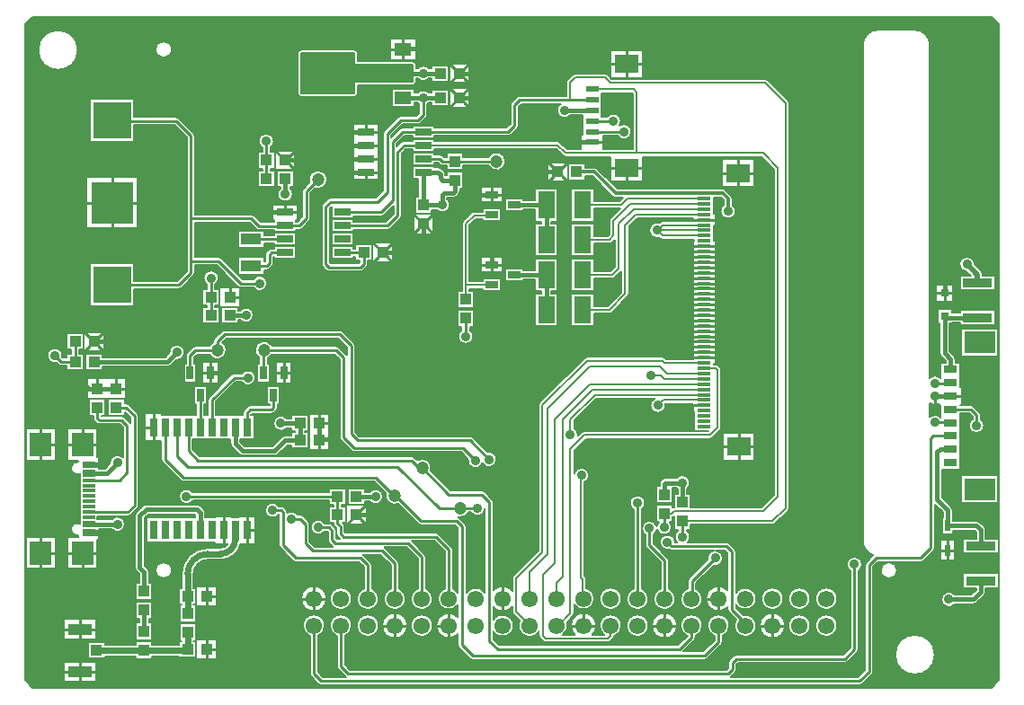
<source format=gbr>
G04 DesignSpark PCB PRO Gerber Version 10.0 Build 5299*
G04 #@! TF.Part,Single*
G04 #@! TF.FileFunction,Copper,L4,Bot*
G04 #@! TF.FilePolarity,Positive*
%FSLAX35Y35*%
%MOIN*%
G04 #@! TA.AperFunction,SMDPad,CuDef*
%ADD149R,0.01969X0.04232*%
%ADD129R,0.02559X0.04724*%
%ADD127R,0.03150X0.07087*%
%ADD131R,0.03937X0.04291*%
%ADD137R,0.06300X0.10200*%
%ADD144R,0.07874X0.08583*%
%ADD148R,0.03150X0.03150*%
%ADD152R,0.15748X0.15748*%
G04 #@! TD.AperFunction*
%ADD106C,0.00500*%
%ADD108C,0.00787*%
%ADD111C,0.00984*%
%ADD124C,0.01181*%
%ADD113C,0.01500*%
%ADD126C,0.01575*%
%ADD123C,0.01969*%
%ADD125C,0.02362*%
G04 #@! TA.AperFunction,ViaPad*
%ADD112C,0.03543*%
G04 #@! TA.AperFunction,SMDPad,CuDef*
%ADD128C,0.04724*%
G04 #@! TA.AperFunction,ComponentPad*
%ADD114C,0.06102*%
G04 #@! TA.AperFunction,SMDPad,CuDef*
%ADD143R,0.04528X0.01181*%
%ADD136R,0.05118X0.01181*%
%ADD134R,0.05118X0.02362*%
%ADD138R,0.04724X0.02559*%
%ADD139R,0.06004X0.02559*%
%ADD141R,0.05118X0.03150*%
%ADD147R,0.11063X0.03465*%
%ADD133R,0.04134X0.03937*%
%ADD130R,0.04291X0.03937*%
%ADD132R,0.08661X0.04134*%
%ADD140R,0.07480X0.04331*%
%ADD145R,0.06299X0.04724*%
%ADD135R,0.08661X0.07087*%
%ADD142R,0.11811X0.08268*%
%ADD146R,0.12992X0.12992*%
%ADD151R,0.14173X0.13780*%
G04 #@! TD.AperFunction*
X0Y0D02*
D02*
D106*
X9543Y252053D02*
Y8578D01*
X12227Y5894D01*
X367906D01*
X370590Y8578D01*
Y252053D01*
X367906Y254737D01*
X12227D01*
X9543Y252053D01*
X14423Y242520D02*
G75*
G02*
X29096I7337J0D01*
G01*
G75*
G02*
X14423I-7337J0D01*
G01*
X24919Y137258D02*
X31285D01*
Y131246D01*
X29632D01*
Y129778D01*
X31285D01*
Y123766D01*
X24919D01*
Y125242D01*
X22941D01*
G75*
G02*
X21859Y125690I0J1530D01*
G01*
X21163Y126386D01*
G75*
G02*
X17770Y129134I-585J2748D01*
G01*
G75*
G02*
X23388I2809J0D01*
G01*
G75*
G02*
X23326Y128549I-2810J0D01*
G01*
X23574Y128301D01*
X24919D01*
Y129778D01*
X26573D01*
Y131246D01*
X24919D01*
Y137258D01*
X51188Y107774D02*
G75*
G02*
X51636Y106693I-1081J-1081D01*
G01*
Y73425D01*
G75*
G02*
X51188Y72344I-1530J0D01*
G01*
X48826Y69981D01*
G75*
G02*
X47744Y69533I-1081J1081D01*
G01*
X36392D01*
Y68323D01*
X41640D01*
G75*
G02*
X46616Y66535I2167J-1787D01*
G01*
G75*
G02*
X41640Y64748I-2809J0D01*
G01*
X36982D01*
Y60577D01*
X36392D01*
Y49947D01*
X25262D01*
Y61785D01*
X29199D01*
Y62315D01*
G75*
G02*
X26541Y64606I-341J2292D01*
G01*
G75*
G02*
X29789Y66728I2317J0D01*
G01*
Y85241D01*
G75*
G02*
X26541Y87362I-931J2122D01*
G01*
G75*
G02*
X29199Y89654I2317J0D01*
G01*
Y90183D01*
X25262D01*
Y102022D01*
X36392D01*
Y91392D01*
X36982D01*
Y87220D01*
X39130D01*
X41011Y89102D01*
G75*
G02*
X40998Y89370I2797J270D01*
G01*
G75*
G02*
X45821Y91328I2809J0D01*
G01*
Y102516D01*
X44748Y103589D01*
X37115D01*
G75*
G02*
X36033Y104037I0J1530D01*
G01*
X35245Y104824D01*
G75*
G02*
X34797Y105906I1081J1081D01*
G01*
Y106703D01*
X33321D01*
Y113069D01*
X39333D01*
Y106703D01*
X37856D01*
Y106648D01*
X45381D01*
G75*
G02*
X46463Y106200I0J-1530D01*
G01*
X48432Y104231D01*
G75*
G02*
X48577Y104064I-1080J-1082D01*
G01*
Y106059D01*
X46419Y108217D01*
Y106703D01*
X40407D01*
Y113069D01*
X46419D01*
Y111415D01*
X46913D01*
G75*
G02*
X47995Y110967I0J-1530D01*
G01*
X51188Y107774D01*
X88636Y69541D02*
X95041D01*
Y59199D01*
X89508D01*
G75*
G02*
X81996Y53293I-7512J1825D01*
G01*
X77271D01*
G75*
G03*
X72009Y48031I0J-5262D01*
G01*
Y42770D01*
X73016D01*
Y36758D01*
X72009D01*
Y36604D01*
X72795D01*
Y30238D01*
X66783D01*
Y36604D01*
X67572D01*
Y36758D01*
X66650D01*
Y42770D01*
X67572D01*
Y48031D01*
G75*
G02*
X77271Y57730I9699J0D01*
G01*
X81996D01*
G75*
G03*
X84737Y59199I0J3294D01*
G01*
X79974D01*
Y59789D01*
X54581D01*
Y68951D01*
X72691D01*
Y70110D01*
X72578Y70223D01*
X55193D01*
X53899Y68930D01*
Y51150D01*
X54939Y50109D01*
G75*
G02*
X55474Y48819I-1290J-1291D01*
G01*
Y44874D01*
X56654D01*
Y38508D01*
X50642D01*
Y44874D01*
X51824D01*
Y48063D01*
X50784Y49104D01*
G75*
G02*
X50250Y50394I1290J1291D01*
G01*
Y69685D01*
G75*
G02*
X50784Y70976I1825J0D01*
G01*
X53146Y73338D01*
G75*
G02*
X54437Y73872I1291J-1290D01*
G01*
X73334D01*
G75*
G02*
X74624Y73338I0J-1825D01*
G01*
X75806Y72156D01*
G75*
G02*
X76341Y70866I-1290J-1291D01*
G01*
Y68951D01*
X79974D01*
Y69541D01*
X86380D01*
Y68951D01*
X88636D01*
Y69541D01*
X73059Y23675D02*
X80606D01*
Y16482D01*
X73059D01*
Y23675D01*
Y43360D02*
X80606D01*
Y36167D01*
X73059D01*
Y43360D01*
X72053Y23085D02*
X73016D01*
Y17073D01*
X66650D01*
Y17467D01*
X56654D01*
Y16547D01*
X50642D01*
Y17467D01*
X39136D01*
Y16679D01*
X32927D01*
Y22691D01*
X39136D01*
Y21904D01*
X50642D01*
Y22913D01*
X56654D01*
Y21904D01*
X66650D01*
Y23085D01*
X67616D01*
Y23238D01*
X66783D01*
Y29604D01*
X72795D01*
Y23238D01*
X72053D01*
Y23085D01*
X57927Y49409D02*
G75*
G02*
X63939I3006J0D01*
G01*
G75*
G02*
X57927I-3006J0D01*
G01*
X50642Y37874D02*
X56654D01*
Y31508D01*
X55474D01*
Y29913D01*
X56654D01*
Y23547D01*
X50642D01*
Y29913D01*
X51824D01*
Y31508D01*
X50642D01*
Y37874D01*
X24069Y15506D02*
X35986D01*
Y8116D01*
X24069D01*
Y15506D01*
Y31254D02*
X35986D01*
Y23864D01*
X24069D01*
Y31254D01*
X31329Y137848D02*
X38876D01*
Y130656D01*
X31329D01*
Y137848D01*
X63045Y130315D02*
G75*
G02*
X68663I2809J0D01*
G01*
G75*
G02*
X65586Y127519I-2809J0D01*
G01*
X63575Y125508D01*
G75*
G02*
X62308Y124984I-1264J1264D01*
G01*
X38285D01*
Y123766D01*
X31919D01*
Y129778D01*
X38285D01*
Y128559D01*
X61570D01*
X63058Y130046D01*
G75*
G02*
X63045Y130315I2797J270D01*
G01*
X181018Y93299D02*
G75*
G02*
X184411Y90551I585J-2748D01*
G01*
G75*
G02*
X179131Y89217I-2809J0D01*
G01*
G75*
G02*
X173736Y90743I-2646J942D01*
G01*
X171126Y93353D01*
X131602D01*
G75*
G02*
X130520Y93801I0J1530D01*
G01*
X126584Y97737D01*
G75*
G02*
X126136Y98819I1081J1081D01*
G01*
Y127713D01*
X124276Y129573D01*
X101174D01*
G75*
G02*
X99431Y127958I-3036J1530D01*
G01*
Y126037D01*
X100219D01*
Y119238D01*
X95585D01*
Y126037D01*
X96372D01*
Y128197D01*
G75*
G02*
X94738Y131102I1766J2905D01*
G01*
G75*
G02*
X101174Y132632I3400J0D01*
G01*
X124909D01*
G75*
G02*
X125991Y132184I0J-1530D01*
G01*
X128747Y129428D01*
G75*
G02*
X128892Y129261I-1080J-1082D01*
G01*
Y132044D01*
X125457Y135478D01*
X84204D01*
X82674Y133948D01*
G75*
G02*
X84215Y131102I-1859J-2846D01*
G01*
G75*
G02*
X77779Y129573I-3400J0D01*
G01*
X73338D01*
X72266Y128500D01*
Y126037D01*
X73053D01*
Y119238D01*
X68419D01*
Y126037D01*
X69207D01*
Y129134D01*
G75*
G02*
X69655Y130215I1530J0D01*
G01*
X71623Y132184D01*
G75*
G02*
X72705Y132632I1081J-1081D01*
G01*
X77779D01*
G75*
G02*
X79285Y134139I3036J-1530D01*
G01*
Y134252D01*
G75*
G02*
X79733Y135333I1530J0D01*
G01*
X82489Y138089D01*
G75*
G02*
X83571Y138537I1081J-1081D01*
G01*
X126090D01*
G75*
G02*
X127172Y138089I0J-1530D01*
G01*
X131503Y133759D01*
G75*
G02*
X131951Y132677I-1081J-1081D01*
G01*
Y100633D01*
X133417Y99167D01*
X174515D01*
G75*
G02*
X175597Y98719I0J-1530D01*
G01*
X181018Y93299D01*
X102553Y126628D02*
X108368D01*
Y118648D01*
X102553D01*
Y126628D01*
X114793Y107533D02*
X122341D01*
Y94041D01*
X114793D01*
Y107533D01*
X271813Y184967D02*
G75*
G02*
X272994Y182678I-1628J-2289D01*
G01*
G75*
G02*
X267376I-2809J0D01*
G01*
G75*
G02*
X268557Y184967I2809J0D01*
G01*
Y186728D01*
X267543Y187742D01*
X264923D01*
Y181746D01*
X265514D01*
Y177309D01*
X264923D01*
Y171904D01*
X265514D01*
Y126128D01*
X264923D01*
Y125841D01*
X265461D01*
G75*
G02*
X266474Y125420I0J-1431D01*
G01*
X267258Y124635D01*
G75*
G02*
X267679Y123622I-1010J-1014D01*
G01*
Y102362D01*
G75*
G02*
X267258Y101349I-1431J0D01*
G01*
X264506Y98596D01*
G75*
G02*
X263492Y98175I-1014J1010D01*
G01*
X217431D01*
X213151Y93895D01*
Y85411D01*
G75*
G02*
X218663Y84646I2703J-765D01*
G01*
G75*
G02*
X216891Y82035I-2809J0D01*
G01*
Y47444D01*
X217236Y47099D01*
G75*
G02*
X217655Y46087I-1012J-1012D01*
G01*
G75*
G02*
Y46086I-663J0D01*
G01*
G75*
G02*
Y46084I-660J-1D01*
G01*
Y42813D01*
G75*
G02*
X220706Y38859I-1037J-3955D01*
G01*
G75*
G02*
X213151Y36691I-4089J0D01*
G01*
Y33465D01*
G75*
G02*
X212730Y32452I-1431J0D01*
G01*
X210480Y30201D01*
G75*
G02*
X208871Y25447I-3862J-1342D01*
G01*
X213415D01*
G75*
G02*
X211939Y28859I3203J3411D01*
G01*
G75*
G02*
X221297I4679J0D01*
G01*
G75*
G02*
X219820Y25447I-4679J0D01*
G01*
X224364D01*
G75*
G02*
X222529Y28859I2254J3411D01*
G01*
G75*
G02*
X230706I4089J0D01*
G01*
G75*
G02*
X228039Y25025I-4089J0D01*
G01*
G75*
G02*
X227628Y24184I-1420J173D01*
G01*
X226450Y23006D01*
G75*
G02*
X225437Y22585I-1014J1010D01*
G01*
X202665D01*
G75*
G02*
X201652Y23006I0J1431D01*
G01*
X200474Y24184D01*
G75*
G02*
X200053Y25197I1010J1014D01*
G01*
Y26641D01*
G75*
G02*
X192961Y30688I-3435J2217D01*
G01*
X190631Y33019D01*
G75*
G02*
X190210Y34032I1010J1014D01*
G01*
Y35861D01*
G75*
G02*
X183131Y35738I-3593J2998D01*
G01*
Y30995D01*
G75*
G02*
X190706Y28859I3486J-2136D01*
G01*
G75*
G02*
X183131Y26722I-4089J0D01*
G01*
Y23862D01*
X185385Y21609D01*
X251654D01*
X255088Y25043D01*
Y25067D01*
G75*
G02*
X252529Y28859I1530J3792D01*
G01*
G75*
G02*
X260706I4089J0D01*
G01*
G75*
G02*
X258147Y25067I-4089J0D01*
G01*
Y24410D01*
G75*
G02*
X257699Y23328I-1530J0D01*
G01*
X253617Y19246D01*
X260866D01*
X265088Y23469D01*
Y25067D01*
G75*
G02*
X262529Y28859I1530J3792D01*
G01*
G75*
G02*
X270706I4089J0D01*
G01*
G75*
G02*
X268147Y25067I-4089J0D01*
G01*
Y22835D01*
G75*
G02*
X267699Y21754I-1530J0D01*
G01*
X262581Y16635D01*
G75*
G02*
X261499Y16187I-1081J1081D01*
G01*
X175500D01*
G75*
G02*
X174418Y16635I0J1530D01*
G01*
X170481Y20572D01*
G75*
G02*
X170033Y21654I1081J1081D01*
G01*
Y25660D01*
G75*
G02*
X161939Y28859I-3415J3198D01*
G01*
G75*
G02*
X170033Y32057I4679J0D01*
G01*
Y36611D01*
G75*
G02*
X162529Y38859I-3415J2248D01*
G01*
G75*
G02*
X165112Y42660I4089J0D01*
G01*
Y56454D01*
X161283Y60282D01*
X152830D01*
X157699Y55413D01*
G75*
G02*
X158147Y54331I-1081J-1081D01*
G01*
Y42650D01*
G75*
G02*
X160706Y38859I-1530J-3792D01*
G01*
G75*
G02*
X152529I-4089J0D01*
G01*
G75*
G02*
X155088Y42650I4089J0D01*
G01*
Y53698D01*
X150866Y57920D01*
X142752D01*
G75*
G02*
X142920Y57775I-915J-1225D01*
G01*
X147699Y52995D01*
G75*
G02*
X148147Y51914I-1081J-1081D01*
G01*
Y42650D01*
G75*
G02*
X150706Y38859I-1530J-3792D01*
G01*
G75*
G02*
X142529I-4089J0D01*
G01*
G75*
G02*
X145088Y42650I4089J0D01*
G01*
Y51280D01*
X141205Y55164D01*
X134878D01*
G75*
G02*
X135046Y55019I-915J-1225D01*
G01*
X137699Y52365D01*
G75*
G02*
X138147Y51284I-1081J-1081D01*
G01*
Y42650D01*
G75*
G02*
X140706Y38859I-1530J-3792D01*
G01*
G75*
G02*
X132529I-4089J0D01*
G01*
G75*
G02*
X135088Y42650I4089J0D01*
G01*
Y50650D01*
X133331Y52408D01*
X109949D01*
G75*
G02*
X108867Y52856I0J1530D01*
G01*
X104143Y57580D01*
G75*
G02*
X103694Y58662I1081J1081D01*
G01*
Y70124D01*
X103643D01*
G75*
G02*
X98478Y71654I-2356J1530D01*
G01*
G75*
G02*
X103643Y73183I2809J0D01*
G01*
X104436D01*
G75*
G02*
X105518Y72735I0J-1530D01*
G01*
X106306Y71948D01*
G75*
G02*
X106754Y70867I-1081J-1081D01*
G01*
Y70799D01*
G75*
G02*
X110730Y70034I1620J-2295D01*
G01*
X111523D01*
G75*
G02*
X112605Y69586I0J-1530D01*
G01*
X114573Y67617D01*
G75*
G02*
X115021Y66536I-1081J-1081D01*
G01*
Y60083D01*
X116881Y58223D01*
X123601D01*
G75*
G02*
X123434Y58368I915J1225D01*
G01*
X122253Y59549D01*
G75*
G02*
X121805Y60630I1081J1081D01*
G01*
Y63540D01*
X121520Y63825D01*
X120572D01*
G75*
G02*
X115407Y65355I-2356J1530D01*
G01*
G75*
G02*
X120572Y66884I2809J0D01*
G01*
X122153D01*
G75*
G02*
X123235Y66436I0J-1530D01*
G01*
X124416Y65255D01*
G75*
G02*
X124864Y64174I-1081J-1081D01*
G01*
Y61264D01*
X125149Y60979D01*
X126335D01*
X125402Y61911D01*
G75*
G02*
X124954Y62993I1081J1081D01*
G01*
Y65115D01*
X124265Y65805D01*
G75*
G02*
X123817Y66886I1081J1081D01*
G01*
Y67073D01*
X122161D01*
Y73085D01*
X123817D01*
Y73766D01*
X122161D01*
Y75242D01*
X71754D01*
G75*
G02*
X66589Y76772I-2356J1530D01*
G01*
G75*
G02*
X71754Y78301I2809J0D01*
G01*
X122161D01*
Y79778D01*
X128528D01*
Y73766D01*
X126876D01*
Y73085D01*
X128528D01*
Y67073D01*
X127322D01*
X127565Y66830D01*
G75*
G02*
X128013Y65748I-1081J-1081D01*
G01*
Y63626D01*
X128298Y63341D01*
X161917D01*
G75*
G02*
X162998Y62893I0J-1530D01*
G01*
X167723Y58169D01*
G75*
G02*
X168171Y57087I-1081J-1081D01*
G01*
Y42641D01*
G75*
G02*
X170033Y41106I-1554J-3782D01*
G01*
Y65115D01*
X168961Y66187D01*
X156406D01*
G75*
G02*
X155324Y66635I0J1530D01*
G01*
X147913Y74046D01*
G75*
G02*
X143248Y77923I-1350J3120D01*
G01*
X138843Y82329D01*
X68217D01*
G75*
G02*
X67135Y82777I0J1530D01*
G01*
X60442Y89470D01*
G75*
G02*
X59994Y90551I1081J1081D01*
G01*
Y97388D01*
X53990D01*
Y107730D01*
X60396D01*
Y107140D01*
X72986D01*
Y110970D01*
X72199D01*
Y117770D01*
X76833D01*
Y110970D01*
X76045D01*
Y107140D01*
X77317D01*
Y112598D01*
G75*
G02*
X77765Y113680I1530J0D01*
G01*
X86033Y121948D01*
G75*
G02*
X87115Y122396I1081J-1081D01*
G01*
X89876D01*
G75*
G02*
X95041Y120866I2356J-1530D01*
G01*
G75*
G02*
X89876Y119337I-2809J0D01*
G01*
X87748D01*
X80376Y111965D01*
Y107140D01*
X90309D01*
Y107874D01*
G75*
G02*
X90757Y108956I1530J0D01*
G01*
X91938Y110137D01*
G75*
G02*
X93020Y110585I1081J-1081D01*
G01*
X100152D01*
Y110970D01*
X99364D01*
Y117770D01*
X103998D01*
Y110970D01*
X103211D01*
Y109843D01*
G75*
G02*
X102763Y108761I-1530J0D01*
G01*
X101975Y107974D01*
G75*
G02*
X100893Y107526I-1081J1081D01*
G01*
X93653D01*
X93368Y107241D01*
Y107140D01*
X94451D01*
Y97978D01*
X89295D01*
Y97197D01*
X91004Y95488D01*
X101334D01*
X104746Y98900D01*
G75*
G02*
X106012Y99425I1266J-1262D01*
G01*
X108384D01*
Y100644D01*
X109736D01*
Y100931D01*
X108384D01*
Y102150D01*
X106561D01*
G75*
G02*
X101585Y103937I-2167J1787D01*
G01*
G75*
G02*
X106561Y105724I2809J0D01*
G01*
X108384D01*
Y106943D01*
X114750D01*
Y100931D01*
X113311D01*
Y100644D01*
X114750D01*
Y94632D01*
X108384D01*
Y95850D01*
X106752D01*
X103341Y92439D01*
G75*
G02*
X102075Y91913I-1266J1262D01*
G01*
X90267D01*
G75*
G02*
X89000Y92437I-3J1787D01*
G01*
X86244Y95193D01*
G75*
G02*
X85720Y96457I1264J1264D01*
G01*
G75*
G02*
Y96460I641J2D01*
G01*
Y97978D01*
X71715D01*
Y94334D01*
X74362Y91687D01*
X152862D01*
G75*
G02*
X153944Y91239I0J-1530D01*
G01*
X154937Y90246D01*
G75*
G02*
X160022Y86319I1862J-2844D01*
G01*
X167252Y79089D01*
X178846D01*
G75*
G02*
X179928Y78641I0J-1530D01*
G01*
X182683Y75885D01*
G75*
G02*
X183131Y74804I-1081J-1081D01*
G01*
Y41980D01*
G75*
G02*
X190210Y41857I3486J-3121D01*
G01*
Y46457D01*
G75*
G02*
X190631Y47470I1431J0D01*
G01*
X199856Y56696D01*
Y110630D01*
G75*
G02*
X200277Y111644I1431J0D01*
G01*
X216809Y128176D01*
G75*
G02*
X217822Y128597I1014J-1010D01*
G01*
X245775D01*
G75*
G02*
X246789Y128176I0J-1431D01*
G01*
X247156Y127809D01*
X257140D01*
Y171904D01*
X257730D01*
Y172191D01*
X245776D01*
G75*
G02*
X244762Y172612I0J1431D01*
G01*
X244504Y172869D01*
G75*
G02*
X240998Y175591I-697J2721D01*
G01*
G75*
G02*
X244504Y178312I2809J0D01*
G01*
X244762Y178569D01*
G75*
G02*
X245776Y178990I1014J-1010D01*
G01*
X257140D01*
Y180065D01*
X236526D01*
X233427Y176966D01*
Y151969D01*
G75*
G02*
X233006Y150955I-1431J0D01*
G01*
X227104Y145053D01*
G75*
G02*
X226091Y144632I-1014J1010D01*
G01*
X220441D01*
Y139925D01*
X212067D01*
Y152201D01*
X220441D01*
Y147494D01*
X225498D01*
X230565Y152561D01*
Y160324D01*
X228285Y158045D01*
G75*
G02*
X227272Y157624I-1014J1010D01*
G01*
X220441D01*
Y152917D01*
X212067D01*
Y165193D01*
X220441D01*
Y160486D01*
X226679D01*
X228203Y162010D01*
Y172135D01*
X227102Y171035D01*
G75*
G02*
X226087Y170616I-1012J1011D01*
G01*
X220441D01*
Y165909D01*
X212067D01*
Y178185D01*
X220441D01*
Y173478D01*
X225498D01*
X226234Y174215D01*
Y179134D01*
G75*
G02*
X226655Y180147I1431J0D01*
G01*
X230116Y183608D01*
X220441D01*
Y178902D01*
X212067D01*
Y191177D01*
X220441D01*
Y186470D01*
X229828D01*
X231100Y187742D01*
X228455D01*
G75*
G02*
X227302Y188219I-2J1628D01*
G01*
X219904Y195617D01*
X217220D01*
Y194240D01*
X210854D01*
Y200252D01*
X217220D01*
Y198872D01*
X220576D01*
G75*
G02*
X221730Y198396I2J-1628D01*
G01*
X229127Y190998D01*
X268215D01*
G75*
G02*
X269368Y190521I2J-1628D01*
G01*
X271336Y188553D01*
G75*
G02*
X271813Y187402I-1151J-1151D01*
G01*
Y184967D01*
X268163Y100447D02*
X280081D01*
Y90104D01*
X268163D01*
Y100447D01*
X222529Y38859D02*
G75*
G02*
X230706I4089J0D01*
G01*
G75*
G02*
X222529I-4089J0D01*
G01*
X232529Y28859D02*
G75*
G02*
X240706I4089J0D01*
G01*
G75*
G02*
X232529I-4089J0D01*
G01*
X238147Y42650D02*
G75*
G02*
X240706Y38859I-1530J-3792D01*
G01*
G75*
G02*
X232529I-4089J0D01*
G01*
G75*
G02*
X235088Y42650I4089J0D01*
G01*
Y72054D01*
G75*
G02*
X233809Y74410I1530J2356D01*
G01*
G75*
G02*
X239427I2809J0D01*
G01*
G75*
G02*
X238147Y72054I-2809J0D01*
G01*
Y42650D01*
X292455Y223848D02*
G75*
G02*
X292876Y222835I-1010J-1014D01*
G01*
Y72441D01*
G75*
G02*
X292455Y71428I-1431J0D01*
G01*
X287734Y66706D01*
G75*
G02*
X286720Y66285I-1014J1010D01*
G01*
X256262D01*
Y64533D01*
X254785D01*
Y64168D01*
G75*
G02*
X255214Y59798I-1530J-2356D01*
G01*
X269594D01*
G75*
G02*
X270676Y59350I0J-1530D01*
G01*
X272644Y57381D01*
G75*
G02*
X273092Y56300I-1081J-1081D01*
G01*
Y40929D01*
G75*
G02*
X280706Y38859I3526J-2070D01*
G01*
G75*
G02*
X273092Y36788I-4089J0D01*
G01*
Y35531D01*
X275766Y32857D01*
G75*
G02*
X280706Y28859I852J-3999D01*
G01*
G75*
G02*
X272529I-4089J0D01*
G01*
G75*
G02*
X273198Y31100I4089J0D01*
G01*
X270481Y33817D01*
G75*
G02*
X270033Y34898I1081J1081D01*
G01*
Y35660D01*
G75*
G02*
X261939Y38859I-3415J3198D01*
G01*
G75*
G02*
X270033Y42057I4679J0D01*
G01*
Y55666D01*
X268961Y56739D01*
X265670D01*
G75*
G02*
X268269Y53937I-210J-2801D01*
G01*
G75*
G02*
X264876Y51190I-2809J0D01*
G01*
X258329Y44643D01*
Y42572D01*
G75*
G02*
X260706Y38859I-1711J-3713D01*
G01*
G75*
G02*
X252529I-4089J0D01*
G01*
G75*
G02*
X255270Y42719I4089J0D01*
G01*
Y45276D01*
G75*
G02*
X255718Y46357I1530J0D01*
G01*
X262713Y53353D01*
G75*
G02*
X265250Y56739I2748J585D01*
G01*
X249319D01*
G75*
G02*
X248335Y57097I0J1529D01*
G01*
G75*
G02*
X244935Y59843I-591J2746D01*
G01*
G75*
G02*
X250553I2809J0D01*
G01*
G75*
G02*
X250552Y59798I-2811J2D01*
G01*
X251298D01*
G75*
G02*
X251726Y64168I1958J2014D01*
G01*
Y64533D01*
X250250D01*
Y69393D01*
G75*
G02*
X249569Y69100I-888J1122D01*
G01*
Y67333D01*
X248557D01*
G75*
G02*
X249372Y65355I-1994J-1978D01*
G01*
G75*
G02*
X243843Y64653I-2809J0D01*
G01*
G75*
G02*
X242580Y62605I-2792J308D01*
G01*
Y59350D01*
X247699Y54231D01*
G75*
G02*
X248147Y53150I-1081J-1081D01*
G01*
Y42650D01*
G75*
G02*
X250706Y38859I-1530J-3792D01*
G01*
G75*
G02*
X242529I-4089J0D01*
G01*
G75*
G02*
X245088Y42650I4089J0D01*
G01*
Y52517D01*
X239969Y57635D01*
G75*
G02*
X239521Y58717I1081J1081D01*
G01*
Y62605D01*
G75*
G02*
X238242Y64961I1530J2356D01*
G01*
G75*
G02*
X243771Y65663I2809J0D01*
G01*
G75*
G02*
X244569Y67333I2792J-308D01*
G01*
X243557D01*
Y73699D01*
X249569D01*
Y72586D01*
G75*
G02*
X250109Y72691I537J-1326D01*
G01*
X250250D01*
Y77900D01*
X251469D01*
Y79723D01*
G75*
G02*
X251089Y80102I1787J2167D01*
G01*
X249569D01*
Y74333D01*
X243557D01*
Y80699D01*
X244776D01*
Y81493D01*
G75*
G02*
Y81495I651J1D01*
G01*
G75*
G02*
Y81496I663J0D01*
G01*
G75*
G02*
X245299Y82760I1787J0D01*
G01*
X245693Y83154D01*
G75*
G02*
X246960Y83677I1264J-1264D01*
G01*
X251089D01*
G75*
G02*
X256065Y81890I2167J-1787D01*
G01*
G75*
G02*
X255043Y79723I-2809J0D01*
G01*
Y77900D01*
X256262D01*
Y72691D01*
X282584D01*
X287258Y77365D01*
Y198226D01*
X282584Y202900D01*
X238545D01*
Y193648D01*
X226628D01*
Y202900D01*
X209949D01*
G75*
G02*
X208935Y203320I0J1431D01*
G01*
X206462Y205793D01*
X161280D01*
Y204907D01*
X153201D01*
Y205695D01*
X150739D01*
X149273Y204229D01*
Y181102D01*
G75*
G02*
X148825Y180021I-1530J0D01*
G01*
X144979Y176174D01*
G75*
G02*
X143897Y175726I-1081J1081D01*
G01*
X131358D01*
Y174986D01*
X123280D01*
Y179620D01*
X131358D01*
Y178785D01*
X143264D01*
X146214Y181736D01*
Y184890D01*
X142546Y181222D01*
G75*
G02*
X141464Y180774I-1081J1081D01*
G01*
X131358D01*
Y179986D01*
X123280D01*
Y184397D01*
X122502Y183619D01*
Y163626D01*
X122787Y163341D01*
X133331D01*
X133616Y163626D01*
Y164317D01*
X132006D01*
Y165774D01*
X131358D01*
Y164986D01*
X123280D01*
Y169620D01*
X131358D01*
Y168833D01*
X132006D01*
Y170329D01*
X138372D01*
Y164317D01*
X136675D01*
Y162993D01*
G75*
G02*
X136227Y161911I-1530J0D01*
G01*
X135046Y160730D01*
G75*
G02*
X133964Y160282I-1081J1081D01*
G01*
X122154D01*
G75*
G02*
X121072Y160730I0J1530D01*
G01*
X119891Y161911D01*
G75*
G02*
X119443Y162993I1081J1081D01*
G01*
Y184252D01*
G75*
G02*
X119891Y185334I1530J0D01*
G01*
X121859Y187302D01*
G75*
G02*
X122941Y187750I1081J-1081D01*
G01*
X139630D01*
X142277Y190398D01*
Y211418D01*
G75*
G02*
X142725Y212499I1530J0D01*
G01*
X147843Y217617D01*
G75*
G02*
X148925Y218065I1081J-1081D01*
G01*
X154591D01*
X155663Y219138D01*
Y222447D01*
G75*
G02*
X155026Y223016I1530J2356D01*
G01*
X153878D01*
Y221386D01*
X145504D01*
Y228185D01*
X153878D01*
Y226591D01*
X155026D01*
G75*
G02*
X159360I2167J-1787D01*
G01*
X160352D01*
Y227809D01*
X166719D01*
Y221797D01*
X160352D01*
Y223016D01*
X159360D01*
G75*
G02*
X158722Y222447I-2168J1787D01*
G01*
Y218505D01*
G75*
G02*
X158274Y217423I-1530J0D01*
G01*
X156306Y215454D01*
G75*
G02*
X155224Y215006I-1081J1081D01*
G01*
X149558D01*
X145336Y210784D01*
Y210011D01*
X148631Y213306D01*
G75*
G02*
X149713Y213754I1081J-1081D01*
G01*
X153201D01*
Y214541D01*
X161280D01*
Y213734D01*
X188056D01*
X189522Y215200D01*
Y222047D01*
G75*
G02*
X189970Y223129I1530J0D01*
G01*
X191938Y225097D01*
G75*
G02*
X193020Y225545I1081J-1081D01*
G01*
X210093D01*
Y230315D01*
G75*
G02*
X210513Y231328I1431J0D01*
G01*
X212479Y233294D01*
G75*
G02*
X213492Y233715I1014J-1010D01*
G01*
X224516D01*
G75*
G02*
X225529Y233294I0J-1431D01*
G01*
X227077Y231746D01*
X283965D01*
G75*
G02*
X284978Y231325I0J-1431D01*
G01*
X292455Y223848D01*
X267927Y202022D02*
X279844D01*
Y191679D01*
X267927D01*
Y202022D01*
X203264Y200843D02*
X210811D01*
Y193650D01*
X203264D01*
Y200843D01*
X165998Y197321D02*
X172010D01*
Y190955D01*
X170791D01*
Y190157D01*
G75*
G02*
X170266Y188891I-1787J0D01*
G01*
X169483Y188108D01*
G75*
G02*
X168217Y187583I-1266J1262D01*
G01*
X166067D01*
Y187206D01*
G75*
G02*
X167089Y185039I-1787J-2167D01*
G01*
G75*
G02*
X162149Y183209I-2809J0D01*
G01*
X160199D01*
Y181813D01*
X154187D01*
Y188179D01*
X155406D01*
Y194907D01*
X153201D01*
Y199541D01*
X161280D01*
Y199012D01*
X162724D01*
G75*
G02*
X163991Y198486I0J-1787D01*
G01*
X164754Y197723D01*
G75*
G02*
X165280Y196457I-1262J-1266D01*
G01*
Y195925D01*
X165998D01*
Y197321D01*
X169935Y146140D02*
X175947D01*
Y139774D01*
X174470D01*
X174470Y138577D01*
G75*
G02*
X175750Y136221I-1530J-2356D01*
G01*
G75*
G02*
X170131I-2809J0D01*
G01*
G75*
G02*
X171411Y138577I2809J0D01*
G01*
X171411Y139774D01*
X169935D01*
Y146140D01*
X179187Y183577D02*
X185986D01*
Y178943D01*
X179187D01*
Y179671D01*
X176683D01*
X174372Y177360D01*
Y156707D01*
X179187D01*
Y157593D01*
X185986D01*
Y152959D01*
X179187D01*
Y153844D01*
X174372D01*
Y153140D01*
X175947D01*
Y146774D01*
X169935D01*
Y153140D01*
X171510D01*
Y177953D01*
G75*
G02*
X171931Y178966I1431J0D01*
G01*
X175077Y182113D01*
G75*
G02*
X176091Y182533I1014J-1010D01*
G01*
X179187D01*
Y183577D01*
X178596Y165742D02*
X186577D01*
Y159927D01*
X178596D01*
Y165742D01*
X153596Y181770D02*
X160789D01*
Y174222D01*
X153596D01*
Y181770D01*
X181322Y202711D02*
G75*
G02*
X187758Y201181I3036J-1530D01*
G01*
G75*
G02*
X181322Y199652I-3400J0D01*
G01*
X172558D01*
G75*
G02*
X172187Y199608I-361J1486D01*
G01*
X172010D01*
Y197955D01*
X165998D01*
Y199608D01*
X164280D01*
G75*
G02*
X163198Y200056I0J1530D01*
G01*
X162559Y200695D01*
X161280D01*
Y199907D01*
X153201D01*
Y204541D01*
X161280D01*
Y203754D01*
X163193D01*
G75*
G02*
X164274Y203306I0J-1530D01*
G01*
X164913Y202667D01*
X165998D01*
Y204321D01*
X172010D01*
Y202693D01*
G75*
G02*
X172250Y202711I230J-1513D01*
G01*
X181322D01*
X198669Y165193D02*
X207043D01*
Y152917D01*
X204643D01*
Y152201D01*
X207043D01*
Y139925D01*
X198669D01*
Y152201D01*
X201068D01*
Y152917D01*
X198669D01*
Y157268D01*
X194254D01*
Y156738D01*
X187455D01*
Y161372D01*
X194254D01*
Y160843D01*
X198669D01*
Y165193D01*
Y191177D02*
X207043D01*
Y178902D01*
X204643D01*
Y178185D01*
X207043D01*
Y165909D01*
X198669D01*
Y178185D01*
X201068D01*
Y178902D01*
X198669D01*
Y183252D01*
X194254D01*
Y182722D01*
X187455D01*
Y187356D01*
X194254D01*
Y186827D01*
X198669D01*
Y191177D01*
X178596Y191726D02*
X186577D01*
Y185911D01*
X178596D01*
Y191726D01*
X138415Y170919D02*
X145963D01*
Y163726D01*
X138415D01*
Y170919D01*
X123280Y174620D02*
X131358D01*
Y169986D01*
X123280D01*
Y174620D01*
X292529Y28859D02*
G75*
G02*
X300706I4089J0D01*
G01*
G75*
G02*
X292529I-4089J0D01*
G01*
Y38859D02*
G75*
G02*
X300706I4089J0D01*
G01*
G75*
G02*
X292529I-4089J0D01*
G01*
X281939Y28859D02*
G75*
G02*
X291297I4679J0D01*
G01*
G75*
G02*
X281939I-4679J0D01*
G01*
X282529Y38859D02*
G75*
G02*
X290706I4089J0D01*
G01*
G75*
G02*
X282529I-4089J0D01*
G01*
X241939Y28859D02*
G75*
G02*
X251297I4679J0D01*
G01*
G75*
G02*
X241939I-4679J0D01*
G01*
X152529D02*
G75*
G02*
X160706I4089J0D01*
G01*
G75*
G02*
X152529I-4089J0D01*
G01*
X141939D02*
G75*
G02*
X151297I4679J0D01*
G01*
G75*
G02*
X141939I-4679J0D01*
G01*
X111939Y38859D02*
G75*
G02*
X121297I4679J0D01*
G01*
G75*
G02*
X111939I-4679J0D01*
G01*
X365673Y61175D02*
X370455D01*
Y55636D01*
X357317D01*
Y61175D01*
X362098D01*
Y63630D01*
X361570Y64158D01*
X353701D01*
Y62791D01*
X349657D01*
Y69098D01*
X349893D01*
Y70913D01*
X346911Y73895D01*
Y57874D01*
G75*
G02*
X346463Y56793I-1530J0D01*
G01*
X342526Y52856D01*
G75*
G02*
X341444Y52407I-1081J1081D01*
G01*
X330048D01*
G75*
G02*
X332837Y49409I-217J-2998D01*
G01*
G75*
G02*
X326825I-3006J0D01*
G01*
G75*
G02*
X329613Y52407I3006J0D01*
G01*
X325724D01*
X324076Y50760D01*
Y11811D01*
G75*
G02*
X323628Y10730I-1530J0D01*
G01*
X320085Y7187D01*
G75*
G02*
X319003Y6739I-1081J1081D01*
G01*
X119374D01*
G75*
G02*
X118292Y7187I0J1530D01*
G01*
X115536Y9943D01*
G75*
G02*
X115088Y11024I1081J1081D01*
G01*
Y25067D01*
G75*
G02*
X112529Y28859I1530J3792D01*
G01*
G75*
G02*
X120706I4089J0D01*
G01*
G75*
G02*
X118147Y25067I-4089J0D01*
G01*
Y11657D01*
X120007Y9798D01*
X128459D01*
G75*
G02*
X128292Y9943I915J1225D01*
G01*
X125536Y12698D01*
G75*
G02*
X125088Y13780I1081J1081D01*
G01*
Y25067D01*
G75*
G02*
X122529Y28859I1530J3792D01*
G01*
G75*
G02*
X130706I4089J0D01*
G01*
G75*
G02*
X128147Y25067I-4089J0D01*
G01*
Y14413D01*
X130007Y12554D01*
X269551D01*
X270230Y13232D01*
Y14961D01*
G75*
G02*
X270678Y16043I1530J0D01*
G01*
X272253Y17617D01*
G75*
G02*
X273335Y18065I1081J-1081D01*
G01*
X312858D01*
X315506Y20713D01*
Y49219D01*
G75*
G02*
X314226Y51575I1530J2356D01*
G01*
G75*
G02*
X319844I2809J0D01*
G01*
G75*
G02*
X318565Y49219I-2809J0D01*
G01*
Y20079D01*
G75*
G02*
X318117Y18998I-1530J0D01*
G01*
X314573Y15454D01*
G75*
G02*
X313491Y15006I-1081J1081D01*
G01*
X273968D01*
X273289Y14328D01*
Y12599D01*
G75*
G02*
X272841Y11517I-1530J0D01*
G01*
X271266Y9943D01*
G75*
G02*
X271099Y9798I-1082J1080D01*
G01*
X318370D01*
X321017Y12445D01*
Y51394D01*
G75*
G02*
X321465Y52475I1530J0D01*
G01*
X323996Y55006D01*
G75*
G02*
X320197Y60236I1701J5230D01*
G01*
Y244488D01*
G75*
G02*
X325697Y249988I5500J0D01*
G01*
X339476D01*
G75*
G02*
X344976Y244488I0J-5500D01*
G01*
Y120890D01*
G75*
G02*
X349037Y120785I1980J-1992D01*
G01*
Y126530D01*
X350846D01*
Y127047D01*
X349236Y128658D01*
G75*
G02*
X348712Y129922I1264J1264D01*
G01*
G75*
G02*
Y129925I641J2D01*
G01*
Y141091D01*
X347886D01*
Y146315D01*
X353110D01*
Y144957D01*
X356136D01*
Y145939D01*
X369274D01*
Y140400D01*
X356136D01*
Y141382D01*
X353110D01*
Y141091D01*
X352287D01*
Y130662D01*
X353898Y129051D01*
G75*
G02*
X354421Y127787I-1264J-1264D01*
G01*
G75*
G02*
Y127784I-641J-2D01*
G01*
Y126530D01*
X356230D01*
Y117278D01*
X356821D01*
Y110872D01*
X356230D01*
Y110683D01*
X360244D01*
G75*
G02*
X361326Y110235I0J-1530D01*
G01*
X363393Y108168D01*
G75*
G02*
X363841Y107087I-1081J-1081D01*
G01*
Y105506D01*
G75*
G02*
X365120Y103150I-1530J-2356D01*
G01*
G75*
G02*
X359502I-2809J0D01*
G01*
G75*
G02*
X360781Y105506I2809J0D01*
G01*
Y106453D01*
X359611Y107624D01*
X356230D01*
Y86856D01*
X349531D01*
Y76331D01*
X352944Y72918D01*
G75*
G02*
X353468Y71654I-1264J-1264D01*
G01*
G75*
G02*
Y71653I-635J0D01*
G01*
G75*
G02*
Y71651I-641J-1D01*
G01*
Y69098D01*
X353701D01*
Y67733D01*
X362311D01*
G75*
G02*
X363577Y67207I0J-1787D01*
G01*
X365148Y65636D01*
G75*
G02*
X365673Y64370I-1262J-1266D01*
G01*
Y61175D01*
X356518Y139128D02*
X370404D01*
Y128785D01*
X356518D01*
Y139128D01*
Y84600D02*
X370404D01*
Y74258D01*
X356518D01*
Y84600D01*
X357317Y48301D02*
X370455D01*
Y42762D01*
X365673D01*
Y41342D01*
G75*
G02*
Y41339I-651J-1D01*
G01*
G75*
G02*
X365150Y40075I-1787J-1D01*
G01*
X362394Y37319D01*
G75*
G02*
X361127Y36795I-1264J1264D01*
G01*
X354242D01*
G75*
G02*
X349266Y38583I-2167J1787D01*
G01*
G75*
G02*
X354242Y40370I2809J0D01*
G01*
X360389D01*
X362098Y42079D01*
Y42762D01*
X357317D01*
Y48301D01*
X349067Y60634D02*
X354291D01*
Y53146D01*
X349067D01*
Y60634D01*
X332140Y18110D02*
G75*
G02*
X346813I7337J0D01*
G01*
G75*
G02*
X332140I-7337J0D01*
G01*
X122529Y38859D02*
G75*
G02*
X130706I4089J0D01*
G01*
G75*
G02*
X122529I-4089J0D01*
G01*
X132529Y28859D02*
G75*
G02*
X140706I4089J0D01*
G01*
G75*
G02*
X132529I-4089J0D01*
G01*
X128571Y73675D02*
X136118D01*
Y66482D01*
X128571D01*
Y73675D01*
X137309Y78559D02*
G75*
G02*
X142285Y76772I2167J-1787D01*
G01*
G75*
G02*
X137309Y74984I-2809J0D01*
G01*
X135528D01*
Y73766D01*
X129161D01*
Y79778D01*
X135528D01*
Y78559D01*
X137309D01*
X75388Y126628D02*
X81203D01*
Y118648D01*
X75388D01*
Y126628D01*
X32730Y120659D02*
X47010D01*
Y113112D01*
X32730D01*
Y120659D01*
X32335Y195331D02*
X51339D01*
Y176327D01*
X32335D01*
Y195331D01*
X114817Y194489D02*
G75*
G02*
X121616I3400J0D01*
G01*
G75*
G02*
X117152Y191260I-3400J0D01*
G01*
X115415Y189524D01*
Y180059D01*
G75*
G02*
X114967Y178978I-1530J0D01*
G01*
X112211Y176222D01*
G75*
G02*
X111130Y175774I-1081J1081D01*
G01*
X110004D01*
Y174986D01*
X101925D01*
Y175636D01*
X96170D01*
G75*
G02*
X95088Y176084I0J1530D01*
G01*
X92780Y178392D01*
X72502D01*
Y165703D01*
X81208D01*
G75*
G02*
X82290Y165255I0J-1530D01*
G01*
X90110Y157435D01*
X94207D01*
G75*
G02*
X99372Y155906I2356J-1530D01*
G01*
G75*
G02*
X94207Y154376I-2809J0D01*
G01*
X89477D01*
G75*
G02*
X88395Y154824I0J1530D01*
G01*
X80575Y162644D01*
X72502D01*
Y159843D01*
G75*
G02*
X72054Y158761I-1530J0D01*
G01*
X67526Y154233D01*
G75*
G02*
X66444Y153785I-1081J1081D01*
G01*
X49961D01*
Y147390D01*
X33713D01*
Y163244D01*
X49961D01*
Y156844D01*
X65811D01*
X69443Y160476D01*
Y209996D01*
X64827Y214612D01*
X49961D01*
Y208413D01*
X33713D01*
Y224268D01*
X49961D01*
Y217671D01*
X65460D01*
G75*
G02*
X66542Y217223I0J-1530D01*
G01*
X72054Y211711D01*
G75*
G02*
X72502Y210630I-1081J-1081D01*
G01*
Y181451D01*
X93413D01*
G75*
G02*
X94495Y181003I0J-1530D01*
G01*
X96803Y178695D01*
X101925D01*
Y179396D01*
X101335D01*
Y185211D01*
X110594D01*
Y179396D01*
X110004D01*
Y178833D01*
X110496D01*
X112356Y180693D01*
Y190157D01*
G75*
G02*
X112804Y191239I1530J0D01*
G01*
X114988Y193423D01*
G75*
G02*
X114817Y194489I3228J1065D01*
G01*
X101925Y169620D02*
X110004D01*
Y164986D01*
X101925D01*
Y165793D01*
X101636D01*
Y163386D01*
G75*
G02*
X101188Y162304I-1530J0D01*
G01*
X100204Y161320D01*
G75*
G02*
X99122Y160872I-1081J1081D01*
G01*
X98191D01*
Y159199D01*
X88636D01*
Y165604D01*
X98191D01*
Y163931D01*
X98489D01*
X98577Y164019D01*
Y166535D01*
G75*
G02*
X99025Y167617I1530J0D01*
G01*
X99812Y168404D01*
G75*
G02*
X100894Y168852I1081J-1081D01*
G01*
X101925D01*
Y169620D01*
Y174620D02*
X110004D01*
Y169986D01*
X101925D01*
Y170715D01*
X98191D01*
Y169041D01*
X88636D01*
Y175447D01*
X98191D01*
Y173774D01*
X101925D01*
Y174620D01*
X81722Y154384D02*
X89270D01*
Y147191D01*
X81722D01*
Y154384D01*
X89278Y145882D02*
G75*
G02*
X94254Y144094I2167J-1787D01*
G01*
G75*
G02*
X89278Y142307I-2809J0D01*
G01*
X88679D01*
Y141089D01*
X82313D01*
Y147100D01*
X88679D01*
Y145882D01*
X89278D01*
X80026Y153793D02*
X81679D01*
Y147781D01*
X80026D01*
Y147100D01*
X81679D01*
Y141089D01*
X75313D01*
Y147100D01*
X76967D01*
Y147781D01*
X75313D01*
Y153793D01*
X76967D01*
Y155518D01*
G75*
G02*
X75687Y157874I1530J2356D01*
G01*
G75*
G02*
X81305I2809J0D01*
G01*
G75*
G02*
X80026Y155518I-2809J0D01*
G01*
Y153793D01*
X57927Y242717D02*
G75*
G02*
X63939I3006J0D01*
G01*
G75*
G02*
X57927I-3006J0D01*
G01*
X100498Y204581D02*
X102152D01*
Y198569D01*
X100498D01*
Y197888D01*
X102152D01*
Y191876D01*
X95785D01*
Y197888D01*
X97439D01*
Y198569D01*
X95785D01*
Y204581D01*
X97439D01*
Y206305D01*
G75*
G02*
X96159Y208661I1530J2356D01*
G01*
G75*
G02*
X101778I2809J0D01*
G01*
G75*
G02*
X100498Y206305I-2809J0D01*
G01*
Y204581D01*
X102195Y205171D02*
X109742D01*
Y197978D01*
X102195D01*
Y205171D01*
X102785Y197888D02*
X109152D01*
Y191876D01*
X107756D01*
Y191178D01*
G75*
G02*
X108821Y188976I-1744J-2202D01*
G01*
G75*
G02*
X103203I-2809J0D01*
G01*
G75*
G02*
X104181Y191107I2809J0D01*
G01*
Y191876D01*
X102785D01*
Y197888D01*
X160352Y236864D02*
X166719D01*
Y230852D01*
X160352D01*
Y232071D01*
X159360D01*
G75*
G02*
X155026I-2167J1787D01*
G01*
X154543D01*
Y230709D01*
G75*
G02*
X153256Y229422I-1287J0D01*
G01*
X132889D01*
Y226378D01*
G75*
G02*
X131602Y225091I-1287J0D01*
G01*
X111917D01*
G75*
G02*
X110630Y226378I0J1287D01*
G01*
Y241339D01*
G75*
G02*
X111917Y242626I1287J0D01*
G01*
X131602D01*
G75*
G02*
X132889Y241339I0J-1287D01*
G01*
Y238296D01*
X153256D01*
G75*
G02*
X154543Y237008I0J-1287D01*
G01*
Y235646D01*
X155026D01*
G75*
G02*
X159360I2167J-1787D01*
G01*
X160352D01*
Y236864D01*
X131256Y215132D02*
X140516D01*
Y194317D01*
X131256D01*
Y215132D01*
X144913Y246886D02*
X154469D01*
Y238906D01*
X144913D01*
Y246886D01*
X166762Y228400D02*
X174309D01*
Y221207D01*
X166762D01*
Y228400D01*
Y237455D02*
X174309D01*
Y230262D01*
X166762D01*
Y237455D01*
X226628Y242573D02*
X238545D01*
Y232230D01*
X226628D01*
Y242573D01*
X302529Y28859D02*
G75*
G02*
X310706I4089J0D01*
G01*
G75*
G02*
X302529I-4089J0D01*
G01*
Y38859D02*
G75*
G02*
X310706I4089J0D01*
G01*
G75*
G02*
X302529I-4089J0D01*
G01*
X347295Y155567D02*
X353701D01*
Y149161D01*
X347295D01*
Y155567D01*
X364726Y158813D02*
X369274D01*
Y153274D01*
X356136D01*
Y158813D01*
X360088D01*
X358717Y160183D01*
G75*
G02*
X355959Y162992I50J2809D01*
G01*
G75*
G02*
X361576Y163043I2809J0D01*
G01*
X364132Y160487D01*
G75*
G02*
X364726Y159055I-1428J-1431D01*
G01*
Y158813D01*
X9789Y61785D02*
X20919D01*
Y49947D01*
X9789D01*
Y61785D01*
Y102022D02*
X20919D01*
Y90183D01*
X9789D01*
Y102022D01*
X9793Y11811D02*
G36*
X9793Y11811D02*
Y8328D01*
X11977Y6144D01*
X368156D01*
X370340Y8328D01*
Y11811D01*
X343237D01*
G75*
G02*
X335715I-3761J6299D01*
G01*
X324076D01*
G75*
G02*
X323628Y10730I-1530J1D01*
G01*
X320085Y7187D01*
G75*
G02*
X319003Y6739I-1082J1083D01*
G01*
X119374D01*
G75*
G02*
X118292Y7187I0J1531D01*
G01*
X115536Y9943D01*
G75*
G02*
X115088Y11024I1082J1082D01*
G01*
Y11811D01*
X35986D01*
Y8116D01*
X24069D01*
Y11811D01*
X9793D01*
G37*
X118147D02*
G36*
X118147Y11811D02*
Y11657D01*
X120007Y9798D01*
X128459D01*
G75*
G02*
X128292Y9943I903J1212D01*
G01*
X126424Y11811D01*
X118147D01*
G37*
X271266Y9943D02*
G36*
X271266Y9943D02*
G75*
G02*
X271099Y9798I-1070J1067D01*
G01*
X318370D01*
X320383Y11811D01*
X273070D01*
G75*
G02*
X272841Y11517I-1311J788D01*
G01*
X271266Y9943D01*
G37*
X9793Y20079D02*
G36*
X9793Y20079D02*
Y11811D01*
X24069D01*
Y15506D01*
X35986D01*
Y11811D01*
X115088D01*
Y20079D01*
X80606D01*
Y16482D01*
X73059D01*
Y20079D01*
X73016D01*
Y17073D01*
X66650D01*
Y17467D01*
X56654D01*
Y16547D01*
X50642D01*
Y17467D01*
X39136D01*
Y16679D01*
X32927D01*
Y20079D01*
X9793D01*
G37*
X118147D02*
G36*
X118147Y20079D02*
Y11811D01*
X126424D01*
X125536Y12698D01*
G75*
G02*
X125088Y13780I1082J1082D01*
G01*
Y20079D01*
X118147D01*
G37*
X128147D02*
G36*
X128147Y20079D02*
Y14413D01*
X130007Y12554D01*
X269551D01*
X270230Y13232D01*
Y14961D01*
G75*
G02*
X270678Y16043I1530J0D01*
G01*
X272253Y17617D01*
G75*
G02*
X273335Y18065I1082J-1083D01*
G01*
X312858D01*
X314872Y20079D01*
X266024D01*
X262581Y16635D01*
G75*
G02*
X261499Y16187I-1082J1083D01*
G01*
X175500D01*
G75*
G02*
X174418Y16635I0J1531D01*
G01*
X170975Y20079D01*
X128147D01*
G37*
X254450D02*
G36*
X254450Y20079D02*
X253617Y19246D01*
X260866D01*
X261698Y20079D01*
X254450D01*
G37*
X273289Y12599D02*
G36*
X273289Y12599D02*
G75*
G02*
X273070Y11811I-1530J0D01*
G01*
X320383D01*
X321017Y12445D01*
Y20079D01*
X318565D01*
G75*
G02*
X318117Y18998I-1530J1D01*
G01*
X314573Y15454D01*
G75*
G02*
X313491Y15006I-1082J1083D01*
G01*
X273968D01*
X273289Y14328D01*
Y12599D01*
G37*
X324076Y11811D02*
G36*
X324076Y11811D02*
Y11811D01*
X335715D01*
G75*
G02*
X332140Y18110I3761J6299D01*
G01*
G75*
G02*
X332409Y20079I7337J0D01*
G01*
X324076D01*
Y11811D01*
G37*
X346813Y18110D02*
G36*
X346813Y18110D02*
G75*
G02*
X343237Y11811I-7337J0D01*
G01*
X370340D01*
Y20079D01*
X346544D01*
G75*
G02*
X346813Y18110I-7068J-1968D01*
G01*
G37*
X9793Y30711D02*
G36*
X9793Y30711D02*
Y20079D01*
X32927D01*
Y22691D01*
X39136D01*
Y21904D01*
X50642D01*
Y22913D01*
X56654D01*
Y21904D01*
X66650D01*
Y23085D01*
X67616D01*
Y23238D01*
X66783D01*
Y29604D01*
X72795D01*
Y23238D01*
X72053D01*
Y23085D01*
X73016D01*
Y20079D01*
X73059D01*
Y23675D01*
X80606D01*
Y20079D01*
X115088D01*
Y25067D01*
G75*
G02*
X112529Y28858I1529J3791D01*
G01*
Y28859D01*
G75*
G02*
X112972Y30711I4089J0D01*
G01*
X72795D01*
Y30238D01*
X66783D01*
Y30711D01*
X55474D01*
Y29913D01*
X56654D01*
Y23547D01*
X50642D01*
Y29913D01*
X51824D01*
Y30711D01*
X35986D01*
Y23864D01*
X24069D01*
Y30711D01*
X9793D01*
G37*
X118147Y25067D02*
G36*
X118147Y25067D02*
Y20079D01*
X125088D01*
Y25067D01*
G75*
G02*
X122529Y28858I1529J3791D01*
G01*
Y28859D01*
G75*
G02*
X122972Y30711I4089J0D01*
G01*
X120263D01*
G75*
G02*
X120706Y28859I-3645J-1852D01*
G01*
Y28858D01*
G75*
G02*
X118147Y25067I-4088J0D01*
G01*
G37*
X128147D02*
G36*
X128147Y25067D02*
Y20079D01*
X170975D01*
X170481Y20572D01*
G75*
G02*
X170033Y21654I1082J1082D01*
G01*
Y25660D01*
G75*
G02*
X161939Y28859I-3415J3198D01*
G01*
G75*
G02*
X162321Y30711I4679J0D01*
G01*
X160263D01*
G75*
G02*
X160706Y28859I-3645J-1852D01*
G01*
G75*
G02*
X152529I-4089J0D01*
G01*
G75*
G02*
X152972Y30711I4089J0D01*
G01*
X150915D01*
G75*
G02*
X151297Y28859I-4297J-1852D01*
G01*
G75*
G02*
X141939I-4679J0D01*
G01*
G75*
G02*
X142321Y30711I4679J0D01*
G01*
X140263D01*
G75*
G02*
X140706Y28859I-3645J-1852D01*
G01*
G75*
G02*
X132529I-4089J0D01*
G01*
G75*
G02*
X132972Y30711I4089J0D01*
G01*
X130263D01*
G75*
G02*
X130706Y28859I-3645J-1852D01*
G01*
Y28858D01*
G75*
G02*
X128147Y25067I-4088J0D01*
G01*
G37*
X183131Y26722D02*
G36*
X183131Y26722D02*
Y23862D01*
X185385Y21609D01*
X251654D01*
X255088Y25043D01*
Y25067D01*
G75*
G02*
X252529Y28858I1529J3791D01*
G01*
Y28859D01*
G75*
G02*
X252972Y30711I4089J0D01*
G01*
X250915D01*
G75*
G02*
X251297Y28859I-4297J-1852D01*
G01*
G75*
G02*
X241939I-4679J0D01*
G01*
G75*
G02*
X242321Y30711I4679J0D01*
G01*
X240263D01*
G75*
G02*
X240706Y28859I-3645J-1852D01*
G01*
G75*
G02*
X232529I-4089J0D01*
G01*
G75*
G02*
X232972Y30711I4089J0D01*
G01*
X230263D01*
G75*
G02*
X230706Y28859I-3645J-1852D01*
G01*
G75*
G02*
X228039Y25025I-4089J0D01*
G01*
G75*
G02*
X227628Y24184I-1420J172D01*
G01*
X226450Y23006D01*
G75*
G02*
X225437Y22585I-1013J1009D01*
G01*
X202665D01*
G75*
G02*
X201652Y23006I0J1430D01*
G01*
X200474Y24184D01*
G75*
G02*
X200053Y25197I1009J1013D01*
G01*
Y26641D01*
G75*
G02*
X192529Y28859I-3435J2217D01*
G01*
G75*
G02*
X192961Y30688I4088J0D01*
G01*
X192939Y30711D01*
X190263D01*
G75*
G02*
X190706Y28859I-3645J-1852D01*
G01*
G75*
G02*
X183131Y26722I-4089J0D01*
G01*
G37*
X210706Y28859D02*
G36*
X210706Y28859D02*
G75*
G02*
X208871Y25447I-4089J0D01*
G01*
X213415D01*
G75*
G02*
X211939Y28859I3204J3412D01*
G01*
G75*
G02*
X212321Y30711I4679J0D01*
G01*
X210990D01*
X210480Y30201D01*
G75*
G02*
X210706Y28859I-3862J-1342D01*
G01*
G37*
X221297Y28859D02*
G36*
X221297Y28859D02*
G75*
G02*
X219820Y25447I-4680J0D01*
G01*
X224364D01*
G75*
G02*
X222529Y28858I2252J3411D01*
G01*
G75*
G02*
Y28859I5639J0D01*
G01*
G75*
G02*
X222972Y30711I4089J0D01*
G01*
X220915D01*
G75*
G02*
X221297Y28859I-4297J-1852D01*
G01*
G37*
X257699Y23328D02*
G36*
X257699Y23328D02*
X254450Y20079D01*
X261698D01*
X265088Y23469D01*
Y25067D01*
G75*
G02*
X262529Y28858I1529J3791D01*
G01*
Y28859D01*
G75*
G02*
X262972Y30711I4089J0D01*
G01*
X260263D01*
G75*
G02*
X260706Y28859I-3645J-1852D01*
G01*
Y28858D01*
G75*
G02*
X258147Y25067I-4088J0D01*
G01*
Y24410D01*
G75*
G02*
X257699Y23328I-1530J0D01*
G01*
G37*
X267699Y21754D02*
G36*
X267699Y21754D02*
X266024Y20079D01*
X314872D01*
X315506Y20713D01*
Y30711D01*
X310263D01*
G75*
G02*
X310706Y28859I-3645J-1852D01*
G01*
G75*
G02*
X302529I-4089J0D01*
G01*
G75*
G02*
X302972Y30711I4089J0D01*
G01*
X300263D01*
G75*
G02*
X300706Y28859I-3645J-1852D01*
G01*
G75*
G02*
X292529I-4089J0D01*
G01*
G75*
G02*
X292972Y30711I4089J0D01*
G01*
X290915D01*
G75*
G02*
X291297Y28859I-4297J-1852D01*
G01*
G75*
G02*
X281939I-4679J0D01*
G01*
G75*
G02*
X282321Y30711I4679J0D01*
G01*
X280263D01*
G75*
G02*
X280706Y28859I-3645J-1852D01*
G01*
G75*
G02*
X272529I-4089J0D01*
G01*
G75*
G02*
X272973Y30711I4090J-1D01*
G01*
X270263D01*
G75*
G02*
X270706Y28859I-3645J-1852D01*
G01*
Y28858D01*
G75*
G02*
X268147Y25067I-4088J0D01*
G01*
Y22835D01*
G75*
G02*
X267699Y21754I-1530J0D01*
G01*
G37*
X318565Y20079D02*
G36*
X318565Y20079D02*
Y20079D01*
X321017D01*
Y30711D01*
X318565D01*
Y20079D01*
G37*
X324076Y30711D02*
G36*
X324076Y30711D02*
Y20079D01*
X332409D01*
G75*
G02*
X346544I7068J-1969D01*
G01*
X370340D01*
Y30711D01*
X324076D01*
G37*
X9793Y39764D02*
G36*
X9793Y39764D02*
Y30711D01*
X24069D01*
Y31254D01*
X35986D01*
Y30711D01*
X51824D01*
Y31508D01*
X50642D01*
Y37874D01*
X56654D01*
Y31508D01*
X55474D01*
Y30711D01*
X66783D01*
Y36604D01*
X67572D01*
Y36758D01*
X66650D01*
Y39764D01*
X56654D01*
Y38508D01*
X50642D01*
Y39764D01*
X9793D01*
G37*
X72009Y36758D02*
G36*
X72009Y36758D02*
Y36604D01*
X72795D01*
Y30711D01*
X112972D01*
G75*
G02*
X120263I3645J-1852D01*
G01*
X122972D01*
G75*
G02*
X130263I3645J-1852D01*
G01*
X132972D01*
G75*
G02*
X140263I3645J-1852D01*
G01*
X142321D01*
G75*
G02*
X150915I4297J-1852D01*
G01*
X152972D01*
G75*
G02*
X160263I3645J-1852D01*
G01*
X162321D01*
G75*
G02*
X170033Y32057I4297J-1852D01*
G01*
Y36611D01*
G75*
G02*
X162529Y38859I-3415J2248D01*
G01*
G75*
G02*
X162631Y39764I4089J-1D01*
G01*
X160605D01*
G75*
G02*
X160706Y38859I-3987J-906D01*
G01*
Y38859D01*
G75*
G02*
X152529I-4089J0D01*
G01*
Y38859D01*
G75*
G02*
X152631Y39764I4088J-1D01*
G01*
X150605D01*
G75*
G02*
X150706Y38859I-3987J-906D01*
G01*
Y38859D01*
G75*
G02*
X142529I-4089J0D01*
G01*
Y38859D01*
G75*
G02*
X142631Y39764I4088J-1D01*
G01*
X140605D01*
G75*
G02*
X140706Y38859I-3987J-906D01*
G01*
Y38859D01*
G75*
G02*
X132529I-4089J0D01*
G01*
Y38859D01*
G75*
G02*
X132631Y39764I4088J-1D01*
G01*
X130605D01*
G75*
G02*
X130706Y38859I-3987J-906D01*
G01*
G75*
G02*
X122529I-4089J0D01*
G01*
G75*
G02*
X122631Y39764I4089J-1D01*
G01*
X121209D01*
G75*
G02*
X121297Y38859I-4591J-904D01*
G01*
G75*
G02*
X111939I-4679J0D01*
G01*
G75*
G02*
X112027Y39764I4679J1D01*
G01*
X80606D01*
Y36167D01*
X73059D01*
Y39764D01*
X73016D01*
Y36758D01*
X72009D01*
G37*
X183131Y35738D02*
G36*
X183131Y35738D02*
Y30995D01*
G75*
G02*
X190263Y30711I3486J-2136D01*
G01*
X192939D01*
X190631Y33019D01*
G75*
G02*
X190210Y34032I1009J1013D01*
G01*
Y35861D01*
G75*
G02*
X183131Y35738I-3593J2998D01*
G01*
G37*
X210990Y30711D02*
G36*
X210990Y30711D02*
X212321D01*
G75*
G02*
X220915I4297J-1852D01*
G01*
X222972D01*
G75*
G02*
X230263I3645J-1852D01*
G01*
X232972D01*
G75*
G02*
X240263I3645J-1852D01*
G01*
X242321D01*
G75*
G02*
X250915I4297J-1852D01*
G01*
X252972D01*
G75*
G02*
X260263I3645J-1852D01*
G01*
X262972D01*
G75*
G02*
X270263I3645J-1852D01*
G01*
X272973D01*
G75*
G02*
X273198Y31100I3646J-1852D01*
G01*
X270481Y33817D01*
G75*
G02*
X270033Y34898I1082J1082D01*
G01*
Y35660D01*
G75*
G02*
X261939Y38859I-3415J3198D01*
G01*
G75*
G02*
X262027Y39764I4680J-1D01*
G01*
X260605D01*
G75*
G02*
X260706Y38859I-3986J-906D01*
G01*
Y38859D01*
G75*
G02*
X252529I-4089J0D01*
G01*
Y38859D01*
G75*
G02*
X252631Y39764I4088J-1D01*
G01*
X250605D01*
G75*
G02*
X250706Y38859I-3987J-906D01*
G01*
Y38859D01*
G75*
G02*
X242529I-4089J0D01*
G01*
Y38859D01*
G75*
G02*
X242631Y39764I4088J-1D01*
G01*
X240605D01*
G75*
G02*
X240706Y38859I-3987J-906D01*
G01*
Y38859D01*
G75*
G02*
X232529I-4089J0D01*
G01*
Y38859D01*
G75*
G02*
X232631Y39764I4088J-1D01*
G01*
X230605D01*
G75*
G02*
X230706Y38859I-3987J-906D01*
G01*
G75*
G02*
X222529I-4089J0D01*
G01*
G75*
G02*
X222631Y39764I4089J-1D01*
G01*
X220605D01*
G75*
G02*
X220706Y38859I-3987J-906D01*
G01*
G75*
G02*
X213151Y36691I-4089J0D01*
G01*
Y33465D01*
G75*
G02*
X212730Y32452I-1430J0D01*
G01*
X210990Y30711D01*
G37*
X273092Y36788D02*
G36*
X273092Y36788D02*
Y35531D01*
X275766Y32857D01*
G75*
G02*
X280263Y30711I852J-3999D01*
G01*
X282321D01*
G75*
G02*
X290915I4297J-1852D01*
G01*
X292972D01*
G75*
G02*
X300263I3645J-1852D01*
G01*
X302972D01*
G75*
G02*
X310263I3645J-1852D01*
G01*
X315506D01*
Y39764D01*
X310605D01*
G75*
G02*
X310706Y38859I-3987J-906D01*
G01*
G75*
G02*
X302529I-4089J0D01*
G01*
G75*
G02*
X302631Y39764I4089J-1D01*
G01*
X300605D01*
G75*
G02*
X300706Y38859I-3987J-906D01*
G01*
G75*
G02*
X292529I-4089J0D01*
G01*
G75*
G02*
X292631Y39764I4089J-1D01*
G01*
X290605D01*
G75*
G02*
X290706Y38859I-3987J-906D01*
G01*
G75*
G02*
X282529I-4089J0D01*
G01*
G75*
G02*
X282631Y39764I4089J-1D01*
G01*
X280605D01*
G75*
G02*
X280706Y38859I-3987J-906D01*
G01*
G75*
G02*
X273092Y36788I-4089J0D01*
G01*
G37*
X318565Y39764D02*
G36*
X318565Y39764D02*
Y30711D01*
X321017D01*
Y39764D01*
X318565D01*
G37*
X324076D02*
G36*
X324076Y39764D02*
Y30711D01*
X370340D01*
Y39764D01*
X364839D01*
X362394Y37319D01*
G75*
G02*
X361127Y36795I-1263J1262D01*
G01*
X354242D01*
G75*
G02*
X349266Y38583I-2167J1787D01*
G01*
G75*
G02*
X349526Y39764I2809J0D01*
G01*
X324076D01*
G37*
X9793Y49947D02*
G36*
X9793Y49947D02*
Y39764D01*
X50642D01*
Y44874D01*
X51824D01*
Y48063D01*
X50784Y49104D01*
G75*
G02*
X50250Y50394I1289J1290D01*
G01*
Y52055D01*
X36392D01*
Y49947D01*
X25262D01*
Y52055D01*
X20919D01*
Y49947D01*
X9793D01*
G37*
X53899Y52055D02*
G36*
X53899Y52055D02*
Y51150D01*
X54939Y50109D01*
G75*
G02*
X55474Y48819I-1289J-1290D01*
G01*
Y44874D01*
X56654D01*
Y39764D01*
X66650D01*
Y42770D01*
X67572D01*
Y48031D01*
G75*
G02*
X68446Y52055I9699J0D01*
G01*
X62359D01*
G75*
G02*
X63939Y49409I-1427J-2646D01*
G01*
G75*
G02*
X57927I-3006J0D01*
G01*
G75*
G02*
X59506Y52055I3006J0D01*
G01*
X53899D01*
G37*
X72009Y48031D02*
G36*
X72009Y48031D02*
Y42770D01*
X73016D01*
Y39764D01*
X73059D01*
Y43360D01*
X80606D01*
Y39764D01*
X112027D01*
G75*
G02*
X121209I4591J-905D01*
G01*
X122631D01*
G75*
G02*
X130605I3987J-905D01*
G01*
X132631D01*
G75*
G02*
X135088Y42650I3987J-905D01*
G01*
Y50650D01*
X133683Y52055D01*
X73880D01*
G75*
G03*
X72009Y48031I3391J-4024D01*
G01*
G37*
X138147Y51284D02*
G36*
X138147Y51284D02*
Y42650D01*
G75*
G02*
X140605Y39764I-1529J-3791D01*
G01*
X142631D01*
G75*
G02*
X145088Y42650I3987J-905D01*
G01*
Y51280D01*
X144313Y52055D01*
X137939D01*
G75*
G02*
X138147Y51284I-1321J-771D01*
G01*
G37*
X148147Y51914D02*
G36*
X148147Y51914D02*
Y42650D01*
G75*
G02*
X150605Y39764I-1529J-3791D01*
G01*
X152631D01*
G75*
G02*
X155088Y42650I3987J-905D01*
G01*
Y52055D01*
X148141D01*
G75*
G02*
X148147Y51914I-1523J-143D01*
G01*
G37*
X158147Y52055D02*
G36*
X158147Y52055D02*
Y42650D01*
G75*
G02*
X160605Y39764I-1529J-3791D01*
G01*
X162631D01*
G75*
G02*
X165112Y42660I3987J-905D01*
G01*
Y52055D01*
X158147D01*
G37*
X168171D02*
G36*
X168171Y52055D02*
Y42641D01*
G75*
G02*
X170033Y41106I-1554J-3782D01*
G01*
Y52055D01*
X168171D01*
G37*
X183131D02*
G36*
X183131Y52055D02*
Y41980D01*
G75*
G02*
X190210Y41857I3486J-3121D01*
G01*
Y46457D01*
G75*
G02*
X190631Y47470I1430J0D01*
G01*
X195216Y52055D01*
X183131D01*
G37*
X216891D02*
G36*
X216891Y52055D02*
Y47444D01*
X217236Y47099D01*
G75*
G02*
X217655Y46087I-1012J-1012D01*
G01*
Y46086D01*
Y46084D01*
Y42813D01*
G75*
G02*
X220605Y39764I-1037J-3955D01*
G01*
X222631D01*
G75*
G02*
X230605I3987J-905D01*
G01*
X232631D01*
G75*
G02*
X235088Y42650I3987J-905D01*
G01*
Y52055D01*
X216891D01*
G37*
X238147D02*
G36*
X238147Y52055D02*
Y42650D01*
G75*
G02*
X240605Y39764I-1529J-3791D01*
G01*
X242631D01*
G75*
G02*
X245088Y42650I3987J-905D01*
G01*
Y52055D01*
X238147D01*
G37*
X248147D02*
G36*
X248147Y52055D02*
Y42650D01*
G75*
G02*
X250605Y39764I-1529J-3791D01*
G01*
X252631D01*
G75*
G02*
X255270Y42719I3987J-905D01*
G01*
Y45276D01*
G75*
G02*
X255718Y46357I1530J0D01*
G01*
X261415Y52055D01*
X248147D01*
G37*
X258329Y44643D02*
G36*
X258329Y44643D02*
Y42572D01*
G75*
G02*
X260605Y39764I-1711J-3713D01*
G01*
X262027D01*
G75*
G02*
X270033Y42057I4591J-905D01*
G01*
Y52055D01*
X267545D01*
G75*
G02*
X264876Y51190I-2085J1882D01*
G01*
X258329Y44643D01*
G37*
X273092Y52055D02*
G36*
X273092Y52055D02*
Y40929D01*
G75*
G02*
X280605Y39764I3526J-2070D01*
G01*
X282631D01*
G75*
G02*
X290605I3987J-905D01*
G01*
X292631D01*
G75*
G02*
X300605I3987J-905D01*
G01*
X302631D01*
G75*
G02*
X310605I3987J-905D01*
G01*
X315506D01*
Y49219D01*
G75*
G02*
X314226Y51575I1530J2357D01*
G01*
G75*
G02*
X314267Y52055I2809J0D01*
G01*
X273092D01*
G37*
X318565Y49219D02*
G36*
X318565Y49219D02*
Y39764D01*
X321017D01*
Y51394D01*
G75*
G02*
X321168Y52055I1530J0D01*
G01*
X319803D01*
G75*
G02*
X319844Y51575I-2768J-480D01*
G01*
G75*
G02*
X318565Y49219I-2810J0D01*
G01*
G37*
X324076Y50760D02*
G36*
X324076Y50760D02*
Y39764D01*
X349526D01*
G75*
G02*
X354242Y40370I2549J-1181D01*
G01*
X360389D01*
X362098Y42079D01*
Y42762D01*
X357317D01*
Y48301D01*
X370340D01*
Y52055D01*
X331257D01*
G75*
G02*
X332837Y49409I-1427J-2646D01*
G01*
G75*
G02*
X326825I-3006J0D01*
G01*
Y49410D01*
G75*
G02*
X328404Y52055I3006J0D01*
G01*
X325371D01*
X324076Y50760D01*
G37*
X365150Y40075D02*
G36*
X365150Y40075D02*
X364839Y39764D01*
X370340D01*
Y42762D01*
X365673D01*
Y41342D01*
Y41339D01*
Y41339D01*
G75*
G02*
X365150Y40075I-1789J1D01*
G01*
G37*
X20919Y56890D02*
G36*
X20919Y56890D02*
Y52055D01*
X25262D01*
Y56890D01*
X20919D01*
G37*
X36392D02*
G36*
X36392Y56890D02*
Y52055D01*
X50250D01*
Y56890D01*
X36392D01*
G37*
X53899D02*
G36*
X53899Y56890D02*
Y52055D01*
X59506D01*
G75*
G02*
X62359I1427J-2646D01*
G01*
X68446D01*
G75*
G02*
X73322Y56890I8825J-4024D01*
G01*
X53899D01*
G37*
X77271Y53293D02*
G36*
X77271Y53293D02*
G75*
G03*
X73880Y52055I0J-5262D01*
G01*
X133683D01*
X133331Y52408D01*
X109949D01*
G75*
G02*
X108867Y52856I0J1531D01*
G01*
X104833Y56890D01*
X88528D01*
G75*
G02*
X81996Y53293I-6532J4134D01*
G01*
X77271D01*
G37*
X134878Y55164D02*
G36*
X134878Y55164D02*
G75*
G02*
X135046Y55019I-903J-1212D01*
G01*
X137699Y52365D01*
G75*
G02*
X137939Y52055I-1082J-1082D01*
G01*
X144313D01*
X141205Y55164D01*
X134878D01*
G37*
X143805Y56890D02*
G36*
X143805Y56890D02*
X147699Y52995D01*
G75*
G02*
X148141Y52055I-1082J-1081D01*
G01*
X155088D01*
Y53698D01*
X151896Y56890D01*
X143805D01*
G37*
X156222D02*
G36*
X156222Y56890D02*
X157699Y55413D01*
G75*
G02*
X158147Y54331I-1082J-1082D01*
G01*
Y52055D01*
X165112D01*
Y56454D01*
X164676Y56890D01*
X156222D01*
G37*
X168171D02*
G36*
X168171Y56890D02*
Y52055D01*
X170033D01*
Y56890D01*
X168171D01*
G37*
X183131D02*
G36*
X183131Y56890D02*
Y52055D01*
X195216D01*
X199856Y56696D01*
Y56890D01*
X183131D01*
G37*
X216891D02*
G36*
X216891Y56890D02*
Y52055D01*
X235088D01*
Y56890D01*
X216891D01*
G37*
X238147D02*
G36*
X238147Y56890D02*
Y52055D01*
X245088D01*
Y52517D01*
X240715Y56890D01*
X238147D01*
G37*
X245041D02*
G36*
X245041Y56890D02*
X247699Y54231D01*
G75*
G02*
X248147Y53150I-1082J-1082D01*
G01*
Y52055D01*
X261415D01*
X262713Y53353D01*
G75*
G02*
X262651Y53937I2747J584D01*
G01*
G75*
G02*
X265250Y56739I2809J0D01*
G01*
X249319D01*
G75*
G02*
X248655Y56890I-2J1526D01*
G01*
X245041D01*
G37*
X268269Y53937D02*
G36*
X268269Y53937D02*
G75*
G02*
X267545Y52055I-2809J0D01*
G01*
X270033D01*
Y55666D01*
X268961Y56739D01*
X265670D01*
G75*
G02*
X268269Y53938I-210J-2801D01*
G01*
Y53937D01*
G37*
X273092Y56300D02*
G36*
X273092Y56300D02*
Y52055D01*
X314267D01*
G75*
G02*
X319803I2768J-480D01*
G01*
X321168D01*
G75*
G02*
X321465Y52475I1380J-662D01*
G01*
X323996Y55006D01*
G75*
G02*
X321332Y56890I1700J5230D01*
G01*
X272974D01*
G75*
G02*
X273092Y56300I-1411J-591D01*
G01*
G37*
X325724Y52407D02*
G36*
X325724Y52407D02*
X325371Y52055D01*
X328404D01*
G75*
G02*
X329613Y52407I1427J-2645D01*
G01*
X325724D01*
G37*
X330048D02*
G36*
X330048Y52407D02*
G75*
G02*
X331257Y52055I-218J-2999D01*
G01*
X370340D01*
Y55636D01*
X357317D01*
Y56890D01*
X354291D01*
Y53146D01*
X349067D01*
Y56890D01*
X346553D01*
G75*
G02*
X346463Y56793I-1171J987D01*
G01*
X342526Y52856D01*
G75*
G02*
X341444Y52407I-1082J1083D01*
G01*
X330048D01*
G37*
X9793Y70079D02*
G36*
X9793Y70079D02*
Y61785D01*
X20919D01*
Y56890D01*
X25262D01*
Y61785D01*
X29199D01*
Y62315D01*
G75*
G02*
X26541Y64606I-341J2292D01*
G01*
G75*
G02*
X29789Y66728I2317J0D01*
G01*
Y70079D01*
X9793D01*
G37*
X36392Y60577D02*
G36*
X36392Y60577D02*
Y56890D01*
X50250D01*
Y69685D01*
G75*
G02*
X50293Y70079I1824J0D01*
G01*
X48923D01*
X48826Y69981D01*
G75*
G02*
X47744Y69533I-1082J1083D01*
G01*
X36392D01*
Y68323D01*
X41640D01*
G75*
G02*
X46616Y66535I2167J-1787D01*
G01*
G75*
G02*
X41640Y64748I-2809J0D01*
G01*
X36982D01*
Y60577D01*
X36392D01*
G37*
X53899Y68930D02*
G36*
X53899Y68930D02*
Y56890D01*
X73322D01*
G75*
G02*
X77271Y57730I3950J-8858D01*
G01*
X81996D01*
G75*
G03*
X84737Y59199I0J3293D01*
G01*
X79974D01*
Y59789D01*
X54581D01*
Y68951D01*
X72691D01*
Y70079D01*
X55048D01*
X53899Y68930D01*
G37*
X76341Y70079D02*
G36*
X76341Y70079D02*
Y68951D01*
X79974D01*
Y69541D01*
X86380D01*
Y68951D01*
X88636D01*
Y69541D01*
X95041D01*
Y59199D01*
X89508D01*
G75*
G02*
X88528Y56890I-7512J1824D01*
G01*
X104833D01*
X104143Y57580D01*
G75*
G02*
X103694Y58662I1082J1082D01*
G01*
Y70079D01*
X103613D01*
G75*
G02*
X98961I-2326J1575D01*
G01*
X76341D01*
G37*
X110700D02*
G36*
X110700Y70079D02*
G75*
G02*
X110730Y70034I-2327J-1584D01*
G01*
X111523D01*
G75*
G02*
X112605Y69586I0J-1531D01*
G01*
X114573Y67617D01*
G75*
G02*
X115021Y66536I-1082J-1082D01*
G01*
Y60083D01*
X116881Y58223D01*
X123601D01*
G75*
G02*
X123434Y58368I903J1212D01*
G01*
X122253Y59549D01*
G75*
G02*
X121805Y60630I1082J1082D01*
G01*
Y63540D01*
X121520Y63825D01*
X120572D01*
G75*
G02*
X115407Y65354I-2356J1529D01*
G01*
Y65355D01*
G75*
G02*
X120572Y66884I2809J0D01*
G01*
X122153D01*
G75*
G02*
X123235Y66436I0J-1531D01*
G01*
X124416Y65255D01*
G75*
G02*
X124864Y64174I-1082J-1082D01*
G01*
Y61264D01*
X125149Y60979D01*
X126335D01*
X125402Y61911D01*
G75*
G02*
X124954Y62993I1082J1082D01*
G01*
Y65115D01*
X124265Y65805D01*
G75*
G02*
X123817Y66886I1082J1082D01*
G01*
Y67073D01*
X122161D01*
Y70079D01*
X110700D01*
G37*
X127322Y67073D02*
G36*
X127322Y67073D02*
X127565Y66830D01*
G75*
G02*
X128013Y65748I-1082J-1082D01*
G01*
Y63626D01*
X128298Y63341D01*
X161917D01*
G75*
G02*
X162998Y62893I0J-1531D01*
G01*
X167723Y58169D01*
G75*
G02*
X168171Y57087I-1082J-1082D01*
G01*
Y56890D01*
X170033D01*
Y65115D01*
X168961Y66187D01*
X156406D01*
G75*
G02*
X155324Y66635I0J1531D01*
G01*
X151880Y70079D01*
X136118D01*
Y66482D01*
X128571D01*
Y70079D01*
X128528D01*
Y67073D01*
X127322D01*
G37*
X142752Y57920D02*
G36*
X142752Y57920D02*
G75*
G02*
X142920Y57775I-903J-1212D01*
G01*
X143805Y56890D01*
X151896D01*
X150866Y57920D01*
X142752D01*
G37*
X152830Y60282D02*
G36*
X152830Y60282D02*
X156222Y56890D01*
X164676D01*
X161283Y60282D01*
X152830D01*
G37*
X183131Y70079D02*
G36*
X183131Y70079D02*
Y56890D01*
X199856D01*
Y70079D01*
X183131D01*
G37*
X216891D02*
G36*
X216891Y70079D02*
Y56890D01*
X235088D01*
Y70079D01*
X216891D01*
G37*
X238147D02*
G36*
X238147Y70079D02*
Y56890D01*
X240715D01*
X239969Y57635D01*
G75*
G02*
X239521Y58717I1082J1082D01*
G01*
Y62605D01*
G75*
G02*
X238242Y64961I1530J2357D01*
G01*
G75*
G02*
X243771Y65663I2809J0D01*
G01*
G75*
G02*
X244569Y67333I2793J-309D01*
G01*
X243557D01*
Y70079D01*
X238147D01*
G37*
X242580Y62605D02*
G36*
X242580Y62605D02*
Y59350D01*
X245041Y56890D01*
X248655D01*
G75*
G02*
X248335Y57097I662J1375D01*
G01*
G75*
G02*
X244935Y59843I-591J2746D01*
G01*
G75*
G02*
X250553I2809J0D01*
G01*
G75*
G02*
Y59832I-1292J-6D01*
G01*
G75*
G02*
X250552Y59798I-1322J-2D01*
G01*
X251298D01*
G75*
G02*
X250447Y61811I1958J2014D01*
G01*
G75*
G02*
X251726Y64168I2809J0D01*
G01*
Y64533D01*
X250250D01*
Y69393D01*
G75*
G02*
X249569Y69100I-888J1123D01*
G01*
Y67333D01*
X248557D01*
G75*
G02*
X249372Y65355I-1996J-1979D01*
G01*
G75*
G02*
X243843Y64653I-2809J0D01*
G01*
G75*
G02*
X242580Y62605I-2792J308D01*
G01*
G37*
X254785Y64533D02*
G36*
X254785Y64533D02*
Y64168D01*
G75*
G02*
X256065Y61811I-1530J-2356D01*
G01*
G75*
G02*
X255214Y59798I-2809J0D01*
G01*
X269594D01*
G75*
G02*
X270676Y59350I0J-1531D01*
G01*
X272644Y57381D01*
G75*
G02*
X272974Y56890I-1082J-1082D01*
G01*
X321332D01*
G75*
G02*
X320197Y60236I4365J3346D01*
G01*
Y70079D01*
X291106D01*
X287734Y66706D01*
G75*
G02*
X286720Y66285I-1013J1009D01*
G01*
X256262D01*
Y64533D01*
X254785D01*
G37*
X346911Y57874D02*
G36*
X346911Y57874D02*
G75*
G02*
X346553Y56890I-1530J0D01*
G01*
X349067D01*
Y60634D01*
X354291D01*
Y56890D01*
X357317D01*
Y61175D01*
X362098D01*
Y63630D01*
X361570Y64158D01*
X353701D01*
Y62791D01*
X349657D01*
Y69098D01*
X349893D01*
Y70079D01*
X346911D01*
Y57874D01*
G37*
X353468Y70079D02*
G36*
X353468Y70079D02*
Y69098D01*
X353701D01*
Y67733D01*
X362311D01*
G75*
G02*
X363577Y67207I0J-1788D01*
G01*
X365148Y65636D01*
G75*
G02*
X365673Y64370I-1262J-1266D01*
G01*
Y61175D01*
X370340D01*
Y70079D01*
X353468D01*
G37*
X9793Y76772D02*
G36*
X9793Y76772D02*
Y70079D01*
X29789D01*
Y76772D01*
X9793D01*
G37*
X48923Y70079D02*
G36*
X48923Y70079D02*
X50293D01*
G75*
G02*
X50784Y70976I1781J-393D01*
G01*
X53146Y73338D01*
G75*
G02*
X54437Y73872I1291J-1291D01*
G01*
X73334D01*
G75*
G02*
X74624Y73338I0J-1825D01*
G01*
X75806Y72156D01*
G75*
G02*
X76341Y70866I-1289J-1290D01*
G01*
Y70079D01*
X98961D01*
G75*
G02*
X98478Y71654I2326J1575D01*
G01*
Y71654D01*
G75*
G02*
X103643Y73183I2809J0D01*
G01*
X104436D01*
G75*
G02*
X105518Y72735I0J-1531D01*
G01*
X106306Y71948D01*
G75*
G02*
X106754Y70867I-1082J-1082D01*
G01*
Y70799D01*
G75*
G02*
X110700Y70079I1620J-2294D01*
G01*
X122161D01*
Y73085D01*
X123817D01*
Y73766D01*
X122161D01*
Y75242D01*
X71754D01*
G75*
G02*
X66589Y76771I-2356J1529D01*
G01*
Y76772D01*
X51636D01*
Y73425D01*
G75*
G02*
X51188Y72344I-1530J0D01*
G01*
X48923Y70079D01*
G37*
X55193Y70223D02*
G36*
X55193Y70223D02*
X55048Y70079D01*
X72691D01*
Y70110D01*
X72578Y70223D01*
X55193D01*
G37*
X103643Y70124D02*
G36*
X103643Y70124D02*
G75*
G02*
X103613Y70079I-2357J1532D01*
G01*
X103694D01*
Y70124D01*
X103643D01*
G37*
X126876Y73766D02*
G36*
X126876Y73766D02*
Y73085D01*
X128528D01*
Y70079D01*
X128571D01*
Y73675D01*
X136118D01*
Y70079D01*
X151880D01*
X147913Y74046D01*
G75*
G02*
X143186Y76772I-1350J3120D01*
G01*
X142285D01*
G75*
G02*
X137309Y74984I-2809J0D01*
G01*
X135528D01*
Y73766D01*
X129161D01*
Y76772D01*
X128528D01*
Y73766D01*
X126876D01*
G37*
X181797Y76772D02*
G36*
X181797Y76772D02*
X182683Y75885D01*
G75*
G02*
X183131Y74804I-1082J-1082D01*
G01*
Y70079D01*
X199856D01*
Y76772D01*
X181797D01*
G37*
X216891D02*
G36*
X216891Y76772D02*
Y70079D01*
X235088D01*
Y72054D01*
G75*
G02*
X233809Y74410I1530J2357D01*
G01*
G75*
G02*
X235097Y76772I2809J0D01*
G01*
X216891D01*
G37*
X238147Y72054D02*
G36*
X238147Y72054D02*
Y70079D01*
X243557D01*
Y73699D01*
X249569D01*
Y72586D01*
G75*
G02*
X250109Y72691I536J-1321D01*
G01*
X250250D01*
Y76772D01*
X249569D01*
Y74333D01*
X243557D01*
Y76772D01*
X238139D01*
G75*
G02*
X239427Y74410I-1521J-2362D01*
G01*
G75*
G02*
X238147Y72054I-2810J0D01*
G01*
G37*
X256262Y76772D02*
G36*
X256262Y76772D02*
Y72691D01*
X282584D01*
X286665Y76772D01*
X256262D01*
G37*
X292455Y71428D02*
G36*
X292455Y71428D02*
X291106Y70079D01*
X320197D01*
Y76772D01*
X292876D01*
Y72441D01*
G75*
G02*
X292455Y71428I-1430J0D01*
G01*
G37*
X346911Y73895D02*
G36*
X346911Y73895D02*
Y70079D01*
X349893D01*
Y70913D01*
X346911Y73895D01*
G37*
X349531Y76772D02*
G36*
X349531Y76772D02*
Y76331D01*
X352944Y72918D01*
G75*
G02*
X353468Y71654I-1265J-1265D01*
G01*
Y71653D01*
Y71651D01*
Y70079D01*
X370340D01*
Y74258D01*
X356518D01*
Y76772D01*
X349531D01*
G37*
X9793Y81508D02*
G36*
X9793Y81508D02*
Y76772D01*
X29789D01*
Y81508D01*
X9793D01*
G37*
X51636D02*
G36*
X51636Y81508D02*
Y76772D01*
X66589D01*
G75*
G02*
X71754Y78301I2809J0D01*
G01*
X122161D01*
Y79778D01*
X128528D01*
Y76772D01*
X129161D01*
Y79778D01*
X135528D01*
Y78559D01*
X137309D01*
G75*
G02*
X142285Y76772I2167J-1787D01*
G01*
X143186D01*
G75*
G02*
X143163Y77166I3377J397D01*
G01*
G75*
G02*
X143248Y77923I3400J0D01*
G01*
X139664Y81508D01*
X51636D01*
G37*
X164832D02*
G36*
X164832Y81508D02*
X167252Y79089D01*
X178846D01*
G75*
G02*
X179928Y78641I0J-1531D01*
G01*
X181797Y76772D01*
X199856D01*
Y81508D01*
X164832D01*
G37*
X216891D02*
G36*
X216891Y81508D02*
Y76772D01*
X235097D01*
G75*
G02*
X238139I1521J-2362D01*
G01*
X243557D01*
Y80699D01*
X244776D01*
Y81493D01*
Y81495D01*
Y81496D01*
G75*
G02*
Y81508I1790J6D01*
G01*
X216891D01*
G37*
X249569Y80102D02*
G36*
X249569Y80102D02*
Y76772D01*
X250250D01*
Y77900D01*
X251469D01*
Y79723D01*
G75*
G02*
X251089Y80102I1794J2174D01*
G01*
X249569D01*
G37*
X255043Y79723D02*
G36*
X255043Y79723D02*
Y77900D01*
X256262D01*
Y76772D01*
X286665D01*
X287258Y77365D01*
Y81508D01*
X256039D01*
G75*
G02*
X255043Y79723I-2783J382D01*
G01*
G37*
X292876Y81508D02*
G36*
X292876Y81508D02*
Y76772D01*
X320197D01*
Y81508D01*
X292876D01*
G37*
X349531D02*
G36*
X349531Y81508D02*
Y76772D01*
X356518D01*
Y81508D01*
X349531D01*
G37*
X9793Y90183D02*
G36*
X9793Y90183D02*
Y81508D01*
X29789D01*
Y85241D01*
G75*
G02*
X26541Y87362I-931J2122D01*
G01*
G75*
G02*
X29199Y89654I2317J0D01*
G01*
Y90183D01*
X25262D01*
Y95276D01*
X20919D01*
Y90183D01*
X9793D01*
G37*
X36392Y95276D02*
G36*
X36392Y95276D02*
Y91392D01*
X36982D01*
Y87220D01*
X39130D01*
X41011Y89102D01*
G75*
G02*
X40998Y89367I2693J265D01*
G01*
G75*
G02*
Y89370I2603J2D01*
G01*
G75*
G02*
X45821Y91328I2809J0D01*
G01*
Y95276D01*
X36392D01*
G37*
X51636D02*
G36*
X51636Y95276D02*
Y81508D01*
X139664D01*
X138843Y82329D01*
X68217D01*
G75*
G02*
X67135Y82777I0J1531D01*
G01*
X60442Y89470D01*
G75*
G02*
X59994Y90551I1082J1082D01*
G01*
Y95276D01*
X51636D01*
G37*
X71715D02*
G36*
X71715Y95276D02*
Y94334D01*
X74362Y91687D01*
X152862D01*
G75*
G02*
X153944Y91239I0J-1531D01*
G01*
X154937Y90246D01*
G75*
G02*
X160199Y87401I1862J-2844D01*
G01*
G75*
G02*
X160022Y86319I-3400J0D01*
G01*
X164832Y81508D01*
X199856D01*
Y95276D01*
X179041D01*
X181018Y93299D01*
G75*
G02*
X184411Y90552I585J-2747D01*
G01*
Y90551D01*
G75*
G02*
X179131Y89217I-2809J0D01*
G01*
G75*
G02*
X173675Y90158I-2647J942D01*
G01*
G75*
G02*
X173736Y90743I2809J0D01*
G01*
X171126Y93353D01*
X131602D01*
G75*
G02*
X130520Y93801I0J1531D01*
G01*
X129046Y95276D01*
X122341D01*
Y94041D01*
X114793D01*
Y95276D01*
X114750D01*
Y94632D01*
X108384D01*
Y95276D01*
X106178D01*
X103341Y92439D01*
G75*
G02*
X102075Y91913I-1266J1262D01*
G01*
X90267D01*
G75*
G02*
X89000Y92437I-4J1786D01*
G01*
X86244Y95193D01*
G75*
G02*
X86167Y95276I1265J1265D01*
G01*
X71715D01*
G37*
X213151Y93895D02*
G36*
X213151Y93895D02*
Y85411D01*
G75*
G02*
X218663Y84646I2703J-765D01*
G01*
Y84646D01*
G75*
G02*
X216891Y82035I-2809J0D01*
G01*
Y81508D01*
X244776D01*
G75*
G02*
X245299Y82760I1789J-13D01*
G01*
X245693Y83154D01*
G75*
G02*
X246960Y83677I1263J-1262D01*
G01*
X251089D01*
G75*
G02*
X256065Y81890I2167J-1787D01*
G01*
G75*
G02*
X256039Y81508I-2809J-1D01*
G01*
X287258D01*
Y95276D01*
X280081D01*
Y90104D01*
X268163D01*
Y95276D01*
X214531D01*
X213151Y93895D01*
G37*
X292876Y95276D02*
G36*
X292876Y95276D02*
Y81508D01*
X320197D01*
Y95276D01*
X292876D01*
G37*
X349531Y86856D02*
G36*
X349531Y86856D02*
Y81508D01*
X356518D01*
Y84600D01*
X370340D01*
Y95276D01*
X356230D01*
Y86856D01*
X349531D01*
G37*
X20919Y100787D02*
G36*
X20919Y100787D02*
Y95276D01*
X25262D01*
Y100787D01*
X20919D01*
G37*
X36392D02*
G36*
X36392Y100787D02*
Y95276D01*
X45821D01*
Y100787D01*
X36392D01*
G37*
X51636D02*
G36*
X51636Y100787D02*
Y95276D01*
X59994D01*
Y97388D01*
X53990D01*
Y100787D01*
X51636D01*
G37*
X71715Y97978D02*
G36*
X71715Y97978D02*
Y95276D01*
X86167D01*
G75*
G02*
X85720Y96457I1343J1182D01*
G01*
Y96457D01*
Y96460D01*
Y97978D01*
X71715D01*
G37*
X89295D02*
G36*
X89295Y97978D02*
Y97197D01*
X91004Y95488D01*
X101334D01*
X104746Y98900D01*
G75*
G02*
X106012Y99425I1266J-1262D01*
G01*
X108384D01*
Y100644D01*
X109736D01*
Y100787D01*
X94451D01*
Y97978D01*
X89295D01*
G37*
X106752Y95850D02*
G36*
X106752Y95850D02*
X106178Y95276D01*
X108384D01*
Y95850D01*
X106752D01*
G37*
X113311Y100787D02*
G36*
X113311Y100787D02*
Y100644D01*
X114750D01*
Y95276D01*
X114793D01*
Y100787D01*
X113311D01*
G37*
X122341D02*
G36*
X122341Y100787D02*
Y95276D01*
X129046D01*
X126584Y97737D01*
G75*
G02*
X126136Y98819I1082J1082D01*
G01*
Y100787D01*
X122341D01*
G37*
X131951D02*
G36*
X131951Y100787D02*
Y100633D01*
X133417Y99167D01*
X174515D01*
G75*
G02*
X175597Y98719I0J-1531D01*
G01*
X179041Y95276D01*
X199856D01*
Y100787D01*
X131951D01*
G37*
X217431Y98175D02*
G36*
X217431Y98175D02*
X214531Y95276D01*
X268163D01*
Y100447D01*
X280081D01*
Y95276D01*
X287258D01*
Y100787D01*
X266697D01*
X264506Y98596D01*
G75*
G02*
X263492Y98175I-1013J1009D01*
G01*
X217431D01*
G37*
X292876Y100787D02*
G36*
X292876Y100787D02*
Y95276D01*
X320197D01*
Y100787D01*
X292876D01*
G37*
X356230D02*
G36*
X356230Y100787D02*
Y95276D01*
X370340D01*
Y100787D01*
X363831D01*
G75*
G02*
X360791I-1520J2362D01*
G01*
X356230D01*
G37*
X9793Y116886D02*
G36*
X9793Y116886D02*
Y102022D01*
X20919D01*
Y100787D01*
X25262D01*
Y102022D01*
X36392D01*
Y100787D01*
X45821D01*
Y102516D01*
X44748Y103589D01*
X37115D01*
G75*
G02*
X36033Y104037I0J1531D01*
G01*
X35245Y104824D01*
G75*
G02*
X34797Y105906I1082J1082D01*
G01*
Y106703D01*
X33321D01*
Y113069D01*
X39333D01*
Y106703D01*
X37856D01*
Y106648D01*
X45381D01*
G75*
G02*
X46463Y106200I0J-1531D01*
G01*
X48432Y104231D01*
G75*
G02*
X48577Y104064I-1067J-1070D01*
G01*
Y106059D01*
X46419Y108217D01*
Y106703D01*
X40407D01*
Y113069D01*
X46419D01*
Y111415D01*
X46913D01*
G75*
G02*
X47995Y110967I0J-1531D01*
G01*
X51188Y107774D01*
G75*
G02*
X51636Y106693I-1082J-1082D01*
G01*
Y100787D01*
X53990D01*
Y107730D01*
X60396D01*
Y107140D01*
X72986D01*
Y110970D01*
X72199D01*
Y116886D01*
X47010D01*
Y113112D01*
X32730D01*
Y116886D01*
X9793D01*
G37*
X76045Y110970D02*
G36*
X76045Y110970D02*
Y107140D01*
X77317D01*
Y112598D01*
G75*
G02*
X77765Y113680I1530J0D01*
G01*
X80971Y116886D01*
X76833D01*
Y110970D01*
X76045D01*
G37*
X80376Y111965D02*
G36*
X80376Y111965D02*
Y107140D01*
X90309D01*
Y107874D01*
G75*
G02*
X90757Y108956I1530J0D01*
G01*
X91938Y110137D01*
G75*
G02*
X93020Y110585I1082J-1083D01*
G01*
X100152D01*
Y110970D01*
X99364D01*
Y116886D01*
X85297D01*
X80376Y111965D01*
G37*
X93368Y107241D02*
G36*
X93368Y107241D02*
Y107140D01*
X94451D01*
Y100787D01*
X109736D01*
Y100931D01*
X108384D01*
Y102150D01*
X106561D01*
G75*
G02*
X101585Y103937I-2167J1787D01*
G01*
G75*
G02*
X106561Y105724I2809J0D01*
G01*
X108384D01*
Y106943D01*
X114750D01*
Y100931D01*
X113311D01*
Y100787D01*
X114793D01*
Y107533D01*
X122341D01*
Y100787D01*
X126136D01*
Y116886D01*
X103998D01*
Y110970D01*
X103211D01*
Y109843D01*
G75*
G02*
X102763Y108761I-1530J0D01*
G01*
X101975Y107974D01*
G75*
G02*
X100893Y107526I-1082J1083D01*
G01*
X93653D01*
X93368Y107241D01*
G37*
X131951Y116886D02*
G36*
X131951Y116886D02*
Y100787D01*
X199856D01*
Y110630D01*
G75*
G02*
X200277Y111644I1430J0D01*
G01*
X205519Y116886D01*
X131951D01*
G37*
X267258Y101349D02*
G36*
X267258Y101349D02*
X266697Y100787D01*
X287258D01*
Y116886D01*
X267679D01*
Y102362D01*
G75*
G02*
X267258Y101349I-1430J0D01*
G01*
G37*
X292876Y116886D02*
G36*
X292876Y116886D02*
Y100787D01*
X320197D01*
Y116886D01*
X292876D01*
G37*
X356230Y107624D02*
G36*
X356230Y107624D02*
Y100787D01*
X360791D01*
G75*
G02*
X359502Y103150I1520J2362D01*
G01*
G75*
G02*
X360781Y105506I2810J0D01*
G01*
Y106453D01*
X359611Y107624D01*
X356230D01*
G37*
Y110872D02*
G36*
X356230Y110872D02*
Y110683D01*
X360244D01*
G75*
G02*
X361326Y110235I0J-1531D01*
G01*
X363393Y108168D01*
G75*
G02*
X363841Y107087I-1082J-1082D01*
G01*
Y105506D01*
G75*
G02*
X365120Y103150I-1530J-2357D01*
G01*
G75*
G02*
X363831Y100787I-2809J0D01*
G01*
X370340D01*
Y116886D01*
X356821D01*
Y110872D01*
X356230D01*
G37*
X9793Y122638D02*
G36*
X9793Y122638D02*
Y116886D01*
X32730D01*
Y120659D01*
X47010D01*
Y116886D01*
X72199D01*
Y117770D01*
X76833D01*
Y116886D01*
X80971D01*
X86033Y121948D01*
G75*
G02*
X87115Y122396I1082J-1083D01*
G01*
X89876D01*
G75*
G02*
X90052Y122638I2356J-1528D01*
G01*
X81203D01*
Y118648D01*
X75388D01*
Y122638D01*
X73053D01*
Y119238D01*
X68419D01*
Y122638D01*
X9793D01*
G37*
X87748Y119337D02*
G36*
X87748Y119337D02*
X85297Y116886D01*
X99364D01*
Y117770D01*
X103998D01*
Y116886D01*
X126136D01*
Y122638D01*
X108368D01*
Y118648D01*
X102553D01*
Y122638D01*
X100219D01*
Y119238D01*
X95585D01*
Y122638D01*
X94413D01*
G75*
G02*
X95041Y120867I-2180J-1771D01*
G01*
Y120866D01*
G75*
G02*
X89876Y119337I-2809J0D01*
G01*
X87748D01*
G37*
X131951Y122638D02*
G36*
X131951Y122638D02*
Y116886D01*
X205519D01*
X211271Y122638D01*
X131951D01*
G37*
X267679D02*
G36*
X267679Y122638D02*
Y116886D01*
X287258D01*
Y122638D01*
X267679D01*
G37*
X292876D02*
G36*
X292876Y122638D02*
Y116886D01*
X320197D01*
Y122638D01*
X292876D01*
G37*
X344976D02*
G36*
X344976Y122638D02*
Y120890D01*
G75*
G02*
X349037Y120785I1980J-1993D01*
G01*
Y122638D01*
X344976D01*
G37*
X356230D02*
G36*
X356230Y122638D02*
Y117278D01*
X356821D01*
Y116886D01*
X370340D01*
Y122638D01*
X356230D01*
G37*
X9793Y130512D02*
G36*
X9793Y130512D02*
Y122638D01*
X68419D01*
Y126037D01*
X69207D01*
Y129134D01*
G75*
G02*
X69655Y130215I1530J0D01*
G01*
X69951Y130512D01*
X68656D01*
G75*
G02*
X68663Y130315I-2802J-200D01*
G01*
G75*
G02*
X65586Y127519I-2809J0D01*
G01*
X63575Y125508D01*
G75*
G02*
X62308Y124984I-1263J1262D01*
G01*
X38285D01*
Y123766D01*
X31919D01*
Y129778D01*
X38285D01*
Y128559D01*
X61570D01*
X63058Y130046D01*
G75*
G02*
X63045Y130311I2693J265D01*
G01*
G75*
G02*
Y130315I2603J2D01*
G01*
G75*
G02*
X63052Y130512I2809J-3D01*
G01*
X29632D01*
Y129778D01*
X31285D01*
Y123766D01*
X24919D01*
Y125242D01*
X22941D01*
G75*
G02*
X21859Y125690I0J1531D01*
G01*
X21163Y126386D01*
G75*
G02*
X17770Y129133I-585J2747D01*
G01*
Y129134D01*
G75*
G02*
X18131Y130512I2809J0D01*
G01*
X9793D01*
G37*
X23027D02*
G36*
X23027Y130512D02*
G75*
G02*
X23388Y129134I-2448J-1378D01*
G01*
G75*
G02*
Y129133I-3076J0D01*
G01*
G75*
G02*
X23326Y128549I-2803J0D01*
G01*
X23574Y128301D01*
X24919D01*
Y129778D01*
X26573D01*
Y130512D01*
X23027D01*
G37*
X72266Y128500D02*
G36*
X72266Y128500D02*
Y126037D01*
X73053D01*
Y122638D01*
X75388D01*
Y126628D01*
X81203D01*
Y122638D01*
X90052D01*
G75*
G02*
X94413I2180J-1772D01*
G01*
X95585D01*
Y126037D01*
X96372D01*
Y128197D01*
G75*
G02*
X94790Y130512I1767J2906D01*
G01*
X84163D01*
G75*
G02*
X77779Y129573I-3348J591D01*
G01*
X73338D01*
X72266Y128500D01*
G37*
X99431Y127958D02*
G36*
X99431Y127958D02*
Y126037D01*
X100219D01*
Y122638D01*
X102553D01*
Y126628D01*
X108368D01*
Y122638D01*
X126136D01*
Y127713D01*
X124276Y129573D01*
X101174D01*
G75*
G02*
X99431Y127958I-3037J1530D01*
G01*
G37*
X127663Y130512D02*
G36*
X127663Y130512D02*
X128747Y129428D01*
G75*
G02*
X128892Y129261I-1067J-1070D01*
G01*
Y130512D01*
X127663D01*
G37*
X131951D02*
G36*
X131951Y130512D02*
Y122638D01*
X211271D01*
X216809Y128176D01*
G75*
G02*
X217822Y128597I1013J-1009D01*
G01*
X245775D01*
G75*
G02*
X246789Y128176I0J-1430D01*
G01*
X247156Y127809D01*
X257140D01*
Y130512D01*
X131951D01*
G37*
X264923Y126128D02*
G36*
X264923Y126128D02*
Y125841D01*
X265461D01*
G75*
G02*
X266474Y125420I0J-1430D01*
G01*
X267258Y124635D01*
G75*
G02*
X267679Y123622I-1009J-1013D01*
G01*
Y122638D01*
X287258D01*
Y130512D01*
X265514D01*
Y126128D01*
X264923D01*
G37*
X292876Y130512D02*
G36*
X292876Y130512D02*
Y122638D01*
X320197D01*
Y130512D01*
X292876D01*
G37*
X344976D02*
G36*
X344976Y130512D02*
Y122638D01*
X349037D01*
Y126530D01*
X350846D01*
Y127047D01*
X349236Y128658D01*
G75*
G02*
X348712Y129922I1265J1265D01*
G01*
Y129922D01*
Y129925D01*
Y130512D01*
X344976D01*
G37*
X352437D02*
G36*
X352437Y130512D02*
X353898Y129051D01*
G75*
G02*
X354421Y127787I-1265J-1265D01*
G01*
Y127787D01*
Y127784D01*
Y126530D01*
X356230D01*
Y122638D01*
X370340D01*
Y128785D01*
X356518D01*
Y130512D01*
X352437D01*
G37*
X9793Y134252D02*
G36*
X9793Y134252D02*
Y130512D01*
X18131D01*
G75*
G02*
X23027I2448J-1378D01*
G01*
X26573D01*
Y131246D01*
X24919D01*
Y134252D01*
X9793D01*
G37*
X29632Y131246D02*
G36*
X29632Y131246D02*
Y130512D01*
X63052D01*
G75*
G02*
X68656I2802J-197D01*
G01*
X69951D01*
X71623Y132184D01*
G75*
G02*
X72705Y132632I1082J-1083D01*
G01*
X77779D01*
G75*
G02*
X79285Y134139I3037J-1530D01*
G01*
Y134252D01*
X38876D01*
Y130656D01*
X31329D01*
Y134252D01*
X31285D01*
Y131246D01*
X29632D01*
G37*
X82978Y134252D02*
G36*
X82978Y134252D02*
X82674Y133948D01*
G75*
G02*
X84215Y131102I-1860J-2846D01*
G01*
G75*
G02*
X84163Y130512I-3400J-1D01*
G01*
X94790D01*
G75*
G02*
X94738Y131102I3349J590D01*
G01*
G75*
G02*
X96858Y134252I3400J0D01*
G01*
X82978D01*
G37*
X99418D02*
G36*
X99418Y134252D02*
G75*
G02*
X101174Y132632I-1280J-3150D01*
G01*
X124909D01*
G75*
G02*
X125991Y132184I0J-1531D01*
G01*
X127663Y130512D01*
X128892D01*
Y132044D01*
X126683Y134252D01*
X99418D01*
G37*
X131009D02*
G36*
X131009Y134252D02*
X131503Y133759D01*
G75*
G02*
X131951Y132677I-1082J-1082D01*
G01*
Y130512D01*
X257140D01*
Y134252D01*
X174944D01*
G75*
G02*
X170937I-2004J1969D01*
G01*
X131009D01*
G37*
X265514D02*
G36*
X265514Y134252D02*
Y130512D01*
X287258D01*
Y134252D01*
X265514D01*
G37*
X292876D02*
G36*
X292876Y134252D02*
Y130512D01*
X320197D01*
Y134252D01*
X292876D01*
G37*
X344976D02*
G36*
X344976Y134252D02*
Y130512D01*
X348712D01*
Y134252D01*
X344976D01*
G37*
X352287D02*
G36*
X352287Y134252D02*
Y130662D01*
X352437Y130512D01*
X356518D01*
Y134252D01*
X352287D01*
G37*
X9793Y144094D02*
G36*
X9793Y144094D02*
Y134252D01*
X24919D01*
Y137258D01*
X31285D01*
Y134252D01*
X31329D01*
Y137848D01*
X38876D01*
Y134252D01*
X79285D01*
G75*
G02*
X79733Y135333I1530J0D01*
G01*
X82489Y138089D01*
G75*
G02*
X83571Y138537I1082J-1083D01*
G01*
X126090D01*
G75*
G02*
X127172Y138089I0J-1531D01*
G01*
X131009Y134252D01*
X170937D01*
G75*
G02*
X170131Y136221I2004J1969D01*
G01*
G75*
G02*
X171411Y138577I2810J0D01*
G01*
X171411Y139774D01*
X169935D01*
Y144094D01*
X94254D01*
G75*
G02*
X89278Y142307I-2809J0D01*
G01*
X88679D01*
Y141089D01*
X82313D01*
Y144094D01*
X81679D01*
Y141089D01*
X75313D01*
Y144094D01*
X9793D01*
G37*
X84204Y135478D02*
G36*
X84204Y135478D02*
X82978Y134252D01*
X96858D01*
G75*
G02*
X99418I1280J-3150D01*
G01*
X126683D01*
X125457Y135478D01*
X84204D01*
G37*
X174470Y139774D02*
G36*
X174470Y139774D02*
X174470Y138577D01*
G75*
G02*
X175750Y136221I-1529J-2356D01*
G01*
G75*
G02*
X174944Y134252I-2809J0D01*
G01*
X257140D01*
Y144094D01*
X220441D01*
Y139925D01*
X212067D01*
Y144094D01*
X207043D01*
Y139925D01*
X198669D01*
Y144094D01*
X175947D01*
Y139774D01*
X174470D01*
G37*
X265514Y144094D02*
G36*
X265514Y144094D02*
Y134252D01*
X287258D01*
Y144094D01*
X265514D01*
G37*
X292876D02*
G36*
X292876Y144094D02*
Y134252D01*
X320197D01*
Y144094D01*
X292876D01*
G37*
X344976D02*
G36*
X344976Y144094D02*
Y134252D01*
X348712D01*
Y141091D01*
X347886D01*
Y144094D01*
X344976D01*
G37*
X352287Y141091D02*
G36*
X352287Y141091D02*
Y134252D01*
X356518D01*
Y139128D01*
X370340D01*
Y144094D01*
X369274D01*
Y140400D01*
X356136D01*
Y141382D01*
X353110D01*
Y141091D01*
X352287D01*
G37*
X9793Y152559D02*
G36*
X9793Y152559D02*
Y144094D01*
X75313D01*
Y147100D01*
X76967D01*
Y147781D01*
X75313D01*
Y152559D01*
X49961D01*
Y147390D01*
X33713D01*
Y152559D01*
X9793D01*
G37*
X80026Y147781D02*
G36*
X80026Y147781D02*
Y147100D01*
X81679D01*
Y144094D01*
X82313D01*
Y147100D01*
X88679D01*
Y145882D01*
X89278D01*
G75*
G02*
X94254Y144094I2167J-1787D01*
G01*
X169935D01*
Y146140D01*
X175947D01*
Y144094D01*
X198669D01*
Y152201D01*
X201068D01*
Y152559D01*
X175947D01*
Y146774D01*
X169935D01*
Y152559D01*
X89270D01*
Y147191D01*
X81722D01*
Y152559D01*
X81679D01*
Y147781D01*
X80026D01*
G37*
X204643Y152559D02*
G36*
X204643Y152559D02*
Y152201D01*
X207043D01*
Y144094D01*
X212067D01*
Y152201D01*
X220441D01*
Y147494D01*
X225498D01*
X230563Y152559D01*
X204643D01*
G37*
X220441Y144632D02*
G36*
X220441Y144632D02*
Y144094D01*
X257140D01*
Y152559D01*
X233427D01*
Y151969D01*
G75*
G02*
X233006Y150955I-1430J0D01*
G01*
X227104Y145053D01*
G75*
G02*
X226091Y144632I-1013J1009D01*
G01*
X220441D01*
G37*
X265514Y152559D02*
G36*
X265514Y152559D02*
Y144094D01*
X287258D01*
Y152559D01*
X265514D01*
G37*
X292876D02*
G36*
X292876Y152559D02*
Y144094D01*
X320197D01*
Y152559D01*
X292876D01*
G37*
X344976D02*
G36*
X344976Y152559D02*
Y144094D01*
X347886D01*
Y146315D01*
X353110D01*
Y144957D01*
X356136D01*
Y145939D01*
X369274D01*
Y144094D01*
X370340D01*
Y152559D01*
X353701D01*
Y149161D01*
X347295D01*
Y152559D01*
X344976D01*
G37*
X9793Y165175D02*
G36*
X9793Y165175D02*
Y152559D01*
X33713D01*
Y163244D01*
X49961D01*
Y156844D01*
X65811D01*
X69443Y160476D01*
Y165175D01*
X9793D01*
G37*
X49961Y153785D02*
G36*
X49961Y153785D02*
Y152559D01*
X75313D01*
Y153793D01*
X76967D01*
Y155518D01*
G75*
G02*
X75687Y157874I1530J2357D01*
G01*
G75*
G02*
X81305I2809J0D01*
G01*
G75*
G02*
X80026Y155518I-2810J0D01*
G01*
Y153793D01*
X81679D01*
Y152559D01*
X81722D01*
Y154384D01*
X89270D01*
Y152559D01*
X169935D01*
Y153140D01*
X171510D01*
Y165175D01*
X145963D01*
Y163726D01*
X138415D01*
Y165175D01*
X138372D01*
Y164317D01*
X136675D01*
Y162993D01*
G75*
G02*
X136227Y161911I-1530J0D01*
G01*
X135046Y160730D01*
G75*
G02*
X133964Y160282I-1082J1083D01*
G01*
X122154D01*
G75*
G02*
X121072Y160730I0J1531D01*
G01*
X119891Y161911D01*
G75*
G02*
X119443Y162993I1082J1082D01*
G01*
Y165175D01*
X110004D01*
Y164986D01*
X101925D01*
Y165175D01*
X101636D01*
Y163386D01*
G75*
G02*
X101188Y162304I-1530J0D01*
G01*
X100204Y161320D01*
G75*
G02*
X99122Y160872I-1082J1083D01*
G01*
X98191D01*
Y159199D01*
X88636D01*
Y165175D01*
X82370D01*
X90110Y157435D01*
X94207D01*
G75*
G02*
X99372Y155906I2356J-1529D01*
G01*
Y155906D01*
G75*
G02*
X94207Y154376I-2809J0D01*
G01*
X89477D01*
G75*
G02*
X88395Y154824I0J1531D01*
G01*
X80575Y162644D01*
X72502D01*
Y159843D01*
G75*
G02*
X72054Y158761I-1530J0D01*
G01*
X67526Y154233D01*
G75*
G02*
X66444Y153785I-1082J1083D01*
G01*
X49961D01*
G37*
X98191Y165175D02*
G36*
X98191Y165175D02*
Y163931D01*
X98489D01*
X98577Y164019D01*
Y165175D01*
X98191D01*
G37*
X122502D02*
G36*
X122502Y165175D02*
Y163626D01*
X122787Y163341D01*
X133331D01*
X133616Y163626D01*
Y164317D01*
X132006D01*
Y165175D01*
X131358D01*
Y164986D01*
X123280D01*
Y165175D01*
X122502D01*
G37*
X174372Y153844D02*
G36*
X174372Y153844D02*
Y153140D01*
X175947D01*
Y152559D01*
X201068D01*
Y152917D01*
X198669D01*
Y157268D01*
X194254D01*
Y156738D01*
X187455D01*
Y161372D01*
X194254D01*
Y160843D01*
X198669D01*
Y165175D01*
X186577D01*
Y159927D01*
X178596D01*
Y165175D01*
X174372D01*
Y156707D01*
X179187D01*
Y157593D01*
X185986D01*
Y152959D01*
X179187D01*
Y153844D01*
X174372D01*
G37*
X204643Y152917D02*
G36*
X204643Y152917D02*
Y152559D01*
X230563D01*
X230565Y152561D01*
Y160324D01*
X228285Y158045D01*
G75*
G02*
X227272Y157624I-1013J1009D01*
G01*
X220441D01*
Y152917D01*
X212067D01*
Y165175D01*
X207043D01*
Y152917D01*
X204643D01*
G37*
X220441Y165175D02*
G36*
X220441Y165175D02*
Y160486D01*
X226679D01*
X228203Y162010D01*
Y165175D01*
X220441D01*
G37*
X233427D02*
G36*
X233427Y165175D02*
Y152559D01*
X257140D01*
Y165175D01*
X233427D01*
G37*
X265514D02*
G36*
X265514Y165175D02*
Y152559D01*
X287258D01*
Y165175D01*
X265514D01*
G37*
X292876D02*
G36*
X292876Y165175D02*
Y152559D01*
X320197D01*
Y165175D01*
X292876D01*
G37*
X344976D02*
G36*
X344976Y165175D02*
Y152559D01*
X347295D01*
Y155567D01*
X353701D01*
Y152559D01*
X370340D01*
Y165175D01*
X360536D01*
G75*
G02*
X361576Y163043I-1768J-2183D01*
G01*
X364132Y160487D01*
G75*
G02*
X364726Y159055I-1428J-1431D01*
G01*
Y158813D01*
X369274D01*
Y153274D01*
X356136D01*
Y158813D01*
X360088D01*
X358717Y160183D01*
G75*
G02*
X355959Y162992I50J2809D01*
G01*
G75*
G02*
X357000Y165175I2809J0D01*
G01*
X344976D01*
G37*
X9793Y172303D02*
G36*
X9793Y172303D02*
Y165175D01*
X69443D01*
Y172303D01*
X9793D01*
G37*
X72502D02*
G36*
X72502Y172303D02*
Y165703D01*
X81208D01*
G75*
G02*
X82290Y165255I0J-1531D01*
G01*
X82370Y165175D01*
X88636D01*
Y165604D01*
X98191D01*
Y165175D01*
X98577D01*
Y166535D01*
G75*
G02*
X99025Y167617I1530J0D01*
G01*
X99812Y168404D01*
G75*
G02*
X100894Y168852I1082J-1083D01*
G01*
X101925D01*
Y169620D01*
X110004D01*
Y165175D01*
X119443D01*
Y172303D01*
X110004D01*
Y169986D01*
X101925D01*
Y170715D01*
X98191D01*
Y169041D01*
X88636D01*
Y172303D01*
X72502D01*
G37*
X101636Y165793D02*
G36*
X101636Y165793D02*
Y165175D01*
X101925D01*
Y165793D01*
X101636D01*
G37*
X122502Y172303D02*
G36*
X122502Y172303D02*
Y165175D01*
X123280D01*
Y169620D01*
X131358D01*
Y168833D01*
X132006D01*
Y170329D01*
X138372D01*
Y165175D01*
X138415D01*
Y170919D01*
X145963D01*
Y165175D01*
X171510D01*
Y172303D01*
X131358D01*
Y169986D01*
X123280D01*
Y172303D01*
X122502D01*
G37*
X131358Y165774D02*
G36*
X131358Y165774D02*
Y165175D01*
X132006D01*
Y165774D01*
X131358D01*
G37*
X174372Y172303D02*
G36*
X174372Y172303D02*
Y165175D01*
X178596D01*
Y165742D01*
X186577D01*
Y165175D01*
X198669D01*
Y165193D01*
X207043D01*
Y165175D01*
X212067D01*
Y165193D01*
X220441D01*
Y165175D01*
X228203D01*
Y172135D01*
X227102Y171035D01*
G75*
G02*
X226087Y170616I-1011J1011D01*
G01*
X220441D01*
Y165909D01*
X212067D01*
Y172303D01*
X207043D01*
Y165909D01*
X198669D01*
Y172303D01*
X174372D01*
G37*
X233427D02*
G36*
X233427Y172303D02*
Y165175D01*
X257140D01*
Y171904D01*
X257730D01*
Y172191D01*
X245776D01*
G75*
G02*
X245220Y172303I0J1431D01*
G01*
X233427D01*
G37*
X264923D02*
G36*
X264923Y172303D02*
Y171904D01*
X265514D01*
Y165175D01*
X287258D01*
Y172303D01*
X264923D01*
G37*
X292876D02*
G36*
X292876Y172303D02*
Y165175D01*
X320197D01*
Y172303D01*
X292876D01*
G37*
X344976D02*
G36*
X344976Y172303D02*
Y165175D01*
X357000D01*
G75*
G02*
X360536I1768J-2183D01*
G01*
X370340D01*
Y172303D01*
X344976D01*
G37*
X9793Y177996D02*
G36*
X9793Y177996D02*
Y172303D01*
X69443D01*
Y177996D01*
X51339D01*
Y176327D01*
X32335D01*
Y177996D01*
X9793D01*
G37*
X72502D02*
G36*
X72502Y177996D02*
Y172303D01*
X88636D01*
Y175447D01*
X98191D01*
Y173774D01*
X101925D01*
Y174620D01*
X110004D01*
Y172303D01*
X119443D01*
Y177996D01*
X113986D01*
X112211Y176222D01*
G75*
G02*
X111130Y175774I-1082J1083D01*
G01*
X110004D01*
Y174986D01*
X101925D01*
Y175636D01*
X96170D01*
G75*
G02*
X95088Y176084I0J1531D01*
G01*
X93176Y177996D01*
X72502D01*
G37*
X122502D02*
G36*
X122502Y177996D02*
Y172303D01*
X123280D01*
Y174620D01*
X131358D01*
Y172303D01*
X171510D01*
Y177953D01*
G75*
G02*
X171511Y177996I1434J-4D01*
G01*
X160789D01*
Y174222D01*
X153596D01*
Y177996D01*
X146800D01*
X144979Y176174D01*
G75*
G02*
X143897Y175726I-1082J1083D01*
G01*
X131358D01*
Y174986D01*
X123280D01*
Y177996D01*
X122502D01*
G37*
X174372Y177360D02*
G36*
X174372Y177360D02*
Y172303D01*
X198669D01*
Y177996D01*
X175008D01*
X174372Y177360D01*
G37*
X207043Y177996D02*
G36*
X207043Y177996D02*
Y172303D01*
X212067D01*
Y177996D01*
X207043D01*
G37*
X220441D02*
G36*
X220441Y177996D02*
Y173478D01*
X225498D01*
X226234Y174215D01*
Y177996D01*
X220441D01*
G37*
X233427Y176966D02*
G36*
X233427Y176966D02*
Y172303D01*
X245220D01*
G75*
G02*
X244762Y172612I556J1318D01*
G01*
X244504Y172869D01*
G75*
G02*
X240998Y175590I-698J2721D01*
G01*
Y175591D01*
Y175591D01*
G75*
G02*
X242356Y177996I2809J0D01*
G01*
X234457D01*
X233427Y176966D01*
G37*
X264923Y177309D02*
G36*
X264923Y177309D02*
Y172303D01*
X287258D01*
Y177996D01*
X265514D01*
Y177309D01*
X264923D01*
G37*
X292876Y177996D02*
G36*
X292876Y177996D02*
Y172303D01*
X320197D01*
Y177996D01*
X292876D01*
G37*
X344976D02*
G36*
X344976Y177996D02*
Y172303D01*
X370340D01*
Y177996D01*
X344976D01*
G37*
X9793Y188819D02*
G36*
X9793Y188819D02*
Y177996D01*
X32335D01*
Y188819D01*
X9793D01*
G37*
X51339D02*
G36*
X51339Y188819D02*
Y177996D01*
X69443D01*
Y188819D01*
X51339D01*
G37*
X72502Y178392D02*
G36*
X72502Y178392D02*
Y177996D01*
X93176D01*
X92780Y178392D01*
X72502D01*
G37*
Y188819D02*
G36*
X72502Y188819D02*
Y181451D01*
X93413D01*
G75*
G02*
X94495Y181003I0J-1531D01*
G01*
X96803Y178695D01*
X101925D01*
Y179396D01*
X101335D01*
Y185211D01*
X110594D01*
Y179396D01*
X110004D01*
Y178833D01*
X110496D01*
X112356Y180693D01*
Y188819D01*
X108817D01*
G75*
G02*
X103207I-2805J157D01*
G01*
X72502D01*
G37*
X114967Y178978D02*
G36*
X114967Y178978D02*
X113986Y177996D01*
X119443D01*
Y184252D01*
G75*
G02*
X119891Y185334I1530J0D01*
G01*
X121859Y187302D01*
G75*
G02*
X122941Y187750I1082J-1083D01*
G01*
X139630D01*
X140698Y188819D01*
X115415D01*
Y180059D01*
G75*
G02*
X114967Y178978I-1530J0D01*
G01*
G37*
X122502Y183619D02*
G36*
X122502Y183619D02*
Y177996D01*
X123280D01*
Y179620D01*
X131358D01*
Y178785D01*
X143264D01*
X146214Y181736D01*
Y184890D01*
X142546Y181222D01*
G75*
G02*
X141464Y180774I-1082J1083D01*
G01*
X131358D01*
Y179986D01*
X123280D01*
Y184397D01*
X122502Y183619D01*
G37*
X148825Y180021D02*
G36*
X148825Y180021D02*
X146800Y177996D01*
X153596D01*
Y181770D01*
X160789D01*
Y177996D01*
X171511D01*
G75*
G02*
X171931Y178966I1430J-43D01*
G01*
X175077Y182113D01*
G75*
G02*
X176091Y182533I1013J-1009D01*
G01*
X179187D01*
Y183577D01*
X185986D01*
Y178943D01*
X179187D01*
Y179671D01*
X176683D01*
X175008Y177996D01*
X198669D01*
Y178185D01*
X201068D01*
Y178902D01*
X198669D01*
Y183252D01*
X194254D01*
Y182722D01*
X187455D01*
Y187356D01*
X194254D01*
Y186827D01*
X198669D01*
Y188819D01*
X186577D01*
Y185911D01*
X178596D01*
Y188819D01*
X170193D01*
X169483Y188108D01*
G75*
G02*
X168217Y187583I-1266J1262D01*
G01*
X166067D01*
Y187206D01*
G75*
G02*
X167089Y185040I-1785J-2166D01*
G01*
G75*
G02*
Y185039I-2820J0D01*
G01*
G75*
G02*
X162149Y183209I-2809J0D01*
G01*
X160199D01*
Y181813D01*
X154187D01*
Y188179D01*
X155406D01*
Y188819D01*
X149273D01*
Y181102D01*
G75*
G02*
X148825Y180021I-1530J0D01*
G01*
G37*
X204643Y178902D02*
G36*
X204643Y178902D02*
Y178185D01*
X207043D01*
Y177996D01*
X212067D01*
Y178185D01*
X220441D01*
Y177996D01*
X226234D01*
Y179134D01*
G75*
G02*
X226655Y180147I1430J0D01*
G01*
X230116Y183608D01*
X220441D01*
Y178902D01*
X212067D01*
Y188819D01*
X207043D01*
Y178902D01*
X204643D01*
G37*
X220441Y188819D02*
G36*
X220441Y188819D02*
Y186470D01*
X229828D01*
X231100Y187742D01*
X228455D01*
G75*
G02*
X227302Y188219I-2J1630D01*
G01*
X226702Y188819D01*
X220441D01*
G37*
X236526Y180065D02*
G36*
X236526Y180065D02*
X234457Y177996D01*
X242356D01*
G75*
G02*
X244504Y178312I1451J-2405D01*
G01*
X244762Y178569D01*
G75*
G02*
X245776Y178990I1013J-1009D01*
G01*
X257140D01*
Y180065D01*
X236526D01*
G37*
X264923Y187742D02*
G36*
X264923Y187742D02*
Y181746D01*
X265514D01*
Y177996D01*
X287258D01*
Y188819D01*
X271070D01*
X271336Y188553D01*
G75*
G02*
X271813Y187402I-1154J-1152D01*
G01*
Y184967D01*
G75*
G02*
X272994Y182678I-1627J-2289D01*
G01*
Y182678D01*
G75*
G02*
X267376I-2809J0D01*
G01*
Y182678D01*
G75*
G02*
X268557Y184967I2808J0D01*
G01*
Y186728D01*
X267543Y187742D01*
X264923D01*
G37*
X292876Y188819D02*
G36*
X292876Y188819D02*
Y177996D01*
X320197D01*
Y188819D01*
X292876D01*
G37*
X344976D02*
G36*
X344976Y188819D02*
Y177996D01*
X370340D01*
Y188819D01*
X344976D01*
G37*
X9793Y196850D02*
G36*
X9793Y196850D02*
Y188819D01*
X32335D01*
Y195331D01*
X51339D01*
Y188819D01*
X69443D01*
Y196850D01*
X9793D01*
G37*
X72502D02*
G36*
X72502Y196850D02*
Y188819D01*
X103207D01*
G75*
G02*
X103203Y188976I2806J156D01*
G01*
G75*
G02*
X104181Y191107I2809J0D01*
G01*
Y191876D01*
X102785D01*
Y196850D01*
X102152D01*
Y191876D01*
X95785D01*
Y196850D01*
X72502D01*
G37*
X107756Y191876D02*
G36*
X107756Y191876D02*
Y191178D01*
G75*
G02*
X108821Y188976I-1745J-2203D01*
G01*
G75*
G02*
X108817Y188819I-2810J-2D01*
G01*
X112356D01*
Y190157D01*
G75*
G02*
X112804Y191239I1530J0D01*
G01*
X114988Y193423D01*
G75*
G02*
X114817Y194486I3216J1063D01*
G01*
G75*
G02*
Y194489I3562J1D01*
G01*
G75*
G02*
X115771Y196850I3400J0D01*
G01*
X109152D01*
Y191876D01*
X107756D01*
G37*
X115415Y189524D02*
G36*
X115415Y189524D02*
Y188819D01*
X140698D01*
X142277Y190398D01*
Y196850D01*
X140516D01*
Y194317D01*
X131256D01*
Y196850D01*
X120661D01*
G75*
G02*
X121616Y194489I-2445J-2362D01*
G01*
Y194488D01*
G75*
G02*
X117152Y191260I-3400J0D01*
G01*
X115415Y189524D01*
G37*
X149273Y196850D02*
G36*
X149273Y196850D02*
Y188819D01*
X155406D01*
Y194907D01*
X153201D01*
Y196850D01*
X149273D01*
G37*
X165280Y196457D02*
G36*
X165280Y196457D02*
Y195925D01*
X165998D01*
Y196850D01*
X165236D01*
G75*
G02*
X165280Y196457I-1744J-393D01*
G01*
G37*
X170266Y188891D02*
G36*
X170266Y188891D02*
X170193Y188819D01*
X178596D01*
Y191726D01*
X186577D01*
Y188819D01*
X198669D01*
Y191177D01*
X207043D01*
Y188819D01*
X212067D01*
Y191177D01*
X220441D01*
Y188819D01*
X226702D01*
X219904Y195617D01*
X217220D01*
Y194240D01*
X210854D01*
Y196850D01*
X210811D01*
Y193650D01*
X203264D01*
Y196850D01*
X172010D01*
Y190955D01*
X170791D01*
Y190157D01*
G75*
G02*
X170266Y188891I-1788J0D01*
G01*
G37*
X226628Y193648D02*
G36*
X226628Y193648D02*
Y196850D01*
X223275D01*
X229127Y190998D01*
X268215D01*
G75*
G02*
X269368Y190521I2J-1630D01*
G01*
X271070Y188819D01*
X287258D01*
Y196850D01*
X279844D01*
Y191679D01*
X267927D01*
Y196850D01*
X238545D01*
Y193648D01*
X226628D01*
G37*
X292876Y196850D02*
G36*
X292876Y196850D02*
Y188819D01*
X320197D01*
Y196850D01*
X292876D01*
G37*
X344976D02*
G36*
X344976Y196850D02*
Y188819D01*
X370340D01*
Y196850D01*
X344976D01*
G37*
X9793Y201181D02*
G36*
X9793Y201181D02*
Y196850D01*
X69443D01*
Y201181D01*
X9793D01*
G37*
X72502D02*
G36*
X72502Y201181D02*
Y196850D01*
X95785D01*
Y197888D01*
X97439D01*
Y198569D01*
X95785D01*
Y201181D01*
X72502D01*
G37*
X100498Y198569D02*
G36*
X100498Y198569D02*
Y197888D01*
X102152D01*
Y196850D01*
X102785D01*
Y197888D01*
X109152D01*
Y196850D01*
X115771D01*
G75*
G02*
X120661I2445J-2362D01*
G01*
X131256D01*
Y201181D01*
X109742D01*
Y197978D01*
X102195D01*
Y201181D01*
X102152D01*
Y198569D01*
X100498D01*
G37*
X140516Y201181D02*
G36*
X140516Y201181D02*
Y196850D01*
X142277D01*
Y201181D01*
X140516D01*
G37*
X149273D02*
G36*
X149273Y201181D02*
Y196850D01*
X153201D01*
Y199541D01*
X161280D01*
Y199012D01*
X162724D01*
G75*
G02*
X163991Y198486I0J-1788D01*
G01*
X164754Y197723D01*
G75*
G02*
X165236Y196850I-1262J-1267D01*
G01*
X165998D01*
Y197321D01*
X172010D01*
Y196850D01*
X203264D01*
Y200843D01*
X210811D01*
Y196850D01*
X210854D01*
Y200252D01*
X217220D01*
Y198872D01*
X220576D01*
G75*
G02*
X221730Y198396I2J-1630D01*
G01*
X223275Y196850D01*
X226628D01*
Y201181D01*
X187758D01*
G75*
G02*
X181322Y199652I-3400J0D01*
G01*
X172558D01*
G75*
G02*
X172187Y199608I-362J1487D01*
G01*
X172010D01*
Y197955D01*
X165998D01*
Y199608D01*
X164280D01*
G75*
G02*
X163198Y200056I0J1531D01*
G01*
X162559Y200695D01*
X161280D01*
Y199907D01*
X153201D01*
Y201181D01*
X149273D01*
G37*
X238545D02*
G36*
X238545Y201181D02*
Y196850D01*
X267927D01*
Y201181D01*
X238545D01*
G37*
X279844D02*
G36*
X279844Y201181D02*
Y196850D01*
X287258D01*
Y198226D01*
X284303Y201181D01*
X279844D01*
G37*
X292876D02*
G36*
X292876Y201181D02*
Y196850D01*
X320197D01*
Y201181D01*
X292876D01*
G37*
X344976D02*
G36*
X344976Y201181D02*
Y196850D01*
X370340D01*
Y201181D01*
X344976D01*
G37*
X9793Y224803D02*
G36*
X9793Y224803D02*
Y201181D01*
X69443D01*
Y209996D01*
X64827Y214612D01*
X49961D01*
Y208413D01*
X33713D01*
Y224268D01*
X49961D01*
Y217671D01*
X65460D01*
G75*
G02*
X66542Y217223I0J-1531D01*
G01*
X72054Y211711D01*
G75*
G02*
X72502Y210630I-1082J-1082D01*
G01*
Y201181D01*
X95785D01*
Y204581D01*
X97439D01*
Y206305D01*
G75*
G02*
X96159Y208661I1530J2357D01*
G01*
G75*
G02*
X101778I2809J0D01*
G01*
G75*
G02*
X100498Y206305I-2810J0D01*
G01*
Y204581D01*
X102152D01*
Y201181D01*
X102195D01*
Y205171D01*
X109742D01*
Y201181D01*
X131256D01*
Y215132D01*
X140516D01*
Y201181D01*
X142277D01*
Y211418D01*
G75*
G02*
X142725Y212499I1530J0D01*
G01*
X147843Y217617D01*
G75*
G02*
X148925Y218065I1082J-1083D01*
G01*
X154591D01*
X155663Y219138D01*
Y222447D01*
G75*
G02*
X155026Y223016I1533J2359D01*
G01*
X153878D01*
Y221386D01*
X145504D01*
Y224803D01*
X9793D01*
G37*
X145336Y210784D02*
G36*
X145336Y210784D02*
Y210011D01*
X148631Y213306D01*
G75*
G02*
X149713Y213754I1082J-1083D01*
G01*
X153201D01*
Y214541D01*
X161280D01*
Y213734D01*
X188056D01*
X189522Y215200D01*
Y222047D01*
G75*
G02*
X189970Y223129I1530J0D01*
G01*
X191644Y224803D01*
X174309D01*
Y221207D01*
X166762D01*
Y224803D01*
X166719D01*
Y221797D01*
X160352D01*
Y223016D01*
X159360D01*
G75*
G02*
X158722Y222447I-2171J1791D01*
G01*
Y218505D01*
G75*
G02*
X158274Y217423I-1530J0D01*
G01*
X156306Y215454D01*
G75*
G02*
X155224Y215006I-1082J1083D01*
G01*
X149558D01*
X145336Y210784D01*
G37*
X149273Y204229D02*
G36*
X149273Y204229D02*
Y201181D01*
X153201D01*
Y204541D01*
X161280D01*
Y203754D01*
X163193D01*
G75*
G02*
X164274Y203306I0J-1531D01*
G01*
X164913Y202667D01*
X165998D01*
Y204321D01*
X172010D01*
Y202693D01*
G75*
G02*
X172250Y202711I231J-1523D01*
G01*
X181322D01*
G75*
G02*
X187758Y201181I3036J-1530D01*
G01*
X226628D01*
Y202900D01*
X209949D01*
G75*
G02*
X208935Y203320I0J1430D01*
G01*
X206462Y205793D01*
X161280D01*
Y204907D01*
X153201D01*
Y205695D01*
X150739D01*
X149273Y204229D01*
G37*
X238545Y202900D02*
G36*
X238545Y202900D02*
Y201181D01*
X267927D01*
Y202022D01*
X279844D01*
Y201181D01*
X284303D01*
X282584Y202900D01*
X238545D01*
G37*
X291500Y224803D02*
G36*
X291500Y224803D02*
X292455Y223848D01*
G75*
G02*
X292876Y222835I-1009J-1013D01*
G01*
Y201181D01*
X320197D01*
Y224803D01*
X291500D01*
G37*
X344976D02*
G36*
X344976Y224803D02*
Y201181D01*
X370340D01*
Y224803D01*
X344976D01*
G37*
X9793Y233859D02*
G36*
X9793Y233859D02*
Y224803D01*
X145504D01*
Y228185D01*
X153878D01*
Y226591D01*
X155026D01*
G75*
G02*
X159360I2167J-1787D01*
G01*
X160352D01*
Y227809D01*
X166719D01*
Y224803D01*
X166762D01*
Y228400D01*
X174309D01*
Y224803D01*
X191644D01*
X191938Y225097D01*
G75*
G02*
X193020Y225545I1082J-1083D01*
G01*
X210093D01*
Y230315D01*
G75*
G02*
X210513Y231328I1430J0D01*
G01*
X212479Y233294D01*
G75*
G02*
X213492Y233715I1013J-1009D01*
G01*
X224516D01*
G75*
G02*
X225529Y233294I0J-1430D01*
G01*
X227077Y231746D01*
X283965D01*
G75*
G02*
X284978Y231325I0J-1430D01*
G01*
X291500Y224803D01*
X320197D01*
Y233859D01*
X238545D01*
Y232230D01*
X226628D01*
Y233859D01*
X174309D01*
Y230262D01*
X166762D01*
Y233859D01*
X166719D01*
Y230852D01*
X160352D01*
Y232071D01*
X159360D01*
G75*
G02*
X155026I-2167J1787D01*
G01*
X154543D01*
Y230709D01*
G75*
G02*
X153256Y229422I-1287J0D01*
G01*
X132889D01*
Y226378D01*
G75*
G02*
X131602Y225091I-1287J0D01*
G01*
X111917D01*
G75*
G02*
X110630Y226378I0J1287D01*
G01*
Y233859D01*
X9793D01*
G37*
X344976D02*
G36*
X344976Y233859D02*
Y224803D01*
X370340D01*
Y233859D01*
X344976D01*
G37*
X9793Y242520D02*
G36*
X9793Y242520D02*
Y233859D01*
X110630D01*
Y241339D01*
G75*
G02*
X111405Y242520I1288J0D01*
G01*
X63933D01*
G75*
G02*
X57933I-3000J196D01*
G01*
X29096D01*
G75*
G02*
X14423I-7337J0D01*
G01*
X9793D01*
G37*
X132889Y241339D02*
G36*
X132889Y241339D02*
Y238296D01*
X153256D01*
G75*
G02*
X154543Y237008I0J-1287D01*
G01*
Y235646D01*
X155026D01*
G75*
G02*
X159360I2167J-1787D01*
G01*
X160352D01*
Y236864D01*
X166719D01*
Y233859D01*
X166762D01*
Y237455D01*
X174309D01*
Y233859D01*
X226628D01*
Y242520D01*
X154469D01*
Y238906D01*
X144913D01*
Y242520D01*
X132114D01*
G75*
G02*
X132889Y241339I-512J-1181D01*
G01*
G37*
X238545Y242520D02*
G36*
X238545Y242520D02*
Y233859D01*
X320197D01*
Y242520D01*
X238545D01*
G37*
X344976D02*
G36*
X344976Y242520D02*
Y233859D01*
X370340D01*
Y242520D01*
X344976D01*
G37*
X9793Y252303D02*
G36*
X9793Y252303D02*
Y242520D01*
X14423D01*
G75*
G02*
X29096I7337J0D01*
G01*
X57933D01*
G75*
G02*
X57927Y242717I3000J194D01*
G01*
G75*
G02*
X63939I3006J0D01*
G01*
G75*
G02*
X63933Y242520I-3006J-2D01*
G01*
X111405D01*
G75*
G02*
X111917Y242626I512J-1181D01*
G01*
X131602D01*
G75*
G02*
X132114Y242520I0J-1287D01*
G01*
X144913D01*
Y246886D01*
X154469D01*
Y242520D01*
X226628D01*
Y242573D01*
X238545D01*
Y242520D01*
X320197D01*
Y244488D01*
G75*
G02*
X325697Y249988I5500J0D01*
G01*
X339476D01*
G75*
G02*
X344976Y244488I0J-5500D01*
G01*
Y242520D01*
X370340D01*
Y252303D01*
X368156Y254487D01*
X11977D01*
X9793Y252303D01*
G37*
X147305Y207654D02*
Y206586D01*
X149024Y208306D01*
G75*
G02*
X150106Y208754I1081J-1081D01*
G01*
X153201D01*
Y209541D01*
X161280D01*
Y208656D01*
X207055D01*
G75*
G02*
X208069Y208235I0J-1431D01*
G01*
X210542Y205762D01*
X215604D01*
Y211077D01*
X216195D01*
Y218291D01*
X211722D01*
G75*
G02*
X206746Y220079I-2167J1787D01*
G01*
G75*
G02*
X208108Y222486I2809J0D01*
G01*
X193653D01*
X192581Y221414D01*
Y214567D01*
G75*
G02*
X192133Y213485I-1530J0D01*
G01*
X189770Y211123D01*
G75*
G02*
X188689Y210675I-1081J1081D01*
G01*
X161280D01*
Y209907D01*
X153201D01*
Y210695D01*
X150346D01*
X147305Y207654D01*
G36*
X147305Y207654D02*
Y206586D01*
X149024Y208306D01*
G75*
G02*
X150106Y208754I1081J-1081D01*
G01*
X153201D01*
Y209541D01*
X161280D01*
Y208656D01*
X207055D01*
G75*
G02*
X208069Y208235I0J-1431D01*
G01*
X210542Y205762D01*
X215604D01*
Y211077D01*
X216195D01*
Y218291D01*
X211722D01*
G75*
G02*
X206746Y220079I-2167J1787D01*
G01*
G75*
G02*
X208108Y222486I2809J0D01*
G01*
X193653D01*
X192581Y221414D01*
Y214567D01*
G75*
G02*
X192133Y213485I-1530J0D01*
G01*
X189770Y211123D01*
G75*
G02*
X188689Y210675I-1081J1081D01*
G01*
X161280D01*
Y209907D01*
X153201D01*
Y210695D01*
X150346D01*
X147305Y207654D01*
G37*
X153256Y237008D02*
X131602D01*
Y241339D01*
X111917D01*
Y226378D01*
X131602D01*
Y230709D01*
X153256D01*
Y237008D01*
G36*
X153256Y237008D02*
X131602D01*
Y241339D01*
X111917D01*
Y226378D01*
X131602D01*
Y230709D01*
X153256D01*
Y237008D01*
G37*
X174008Y70912D02*
G75*
G02*
X170144Y69144I-3036J1530D01*
G01*
G75*
G02*
X170676Y68798I-551J-1427D01*
G01*
X172644Y66830D01*
G75*
G02*
X173092Y65748I-1081J-1081D01*
G01*
Y40929D01*
G75*
G02*
X180072Y41045I3526J-2070D01*
G01*
Y72231D01*
G75*
G02*
X174915Y70912I-2801J210D01*
G01*
X174008D01*
G36*
X174008Y70912D02*
G75*
G02*
X170144Y69144I-3036J1530D01*
G01*
G75*
G02*
X170676Y68798I-551J-1427D01*
G01*
X172644Y66830D01*
G75*
G02*
X173092Y65748I-1081J-1081D01*
G01*
Y40929D01*
G75*
G02*
X180072Y41045I3526J-2070D01*
G01*
Y72231D01*
G75*
G02*
X174915Y70912I-2801J210D01*
G01*
X174008D01*
G37*
X223978Y210675D02*
Y205762D01*
X234895D01*
Y226179D01*
X234552Y226522D01*
X223388D01*
Y217671D01*
X225309D01*
G75*
G02*
X230474Y216142I2356J-1530D01*
G01*
G75*
G02*
X229899Y214439I-2809J0D01*
G01*
G75*
G02*
X234411Y212205I1703J-2234D01*
G01*
G75*
G02*
X229246Y210675I-2809J0D01*
G01*
X223978D01*
G36*
X223978Y210675D02*
Y205762D01*
X234895D01*
Y226179D01*
X234552Y226522D01*
X223388D01*
Y217671D01*
X225309D01*
G75*
G02*
X230474Y216142I2356J-1530D01*
G01*
G75*
G02*
X229899Y214439I-2809J0D01*
G01*
G75*
G02*
X234411Y212205I1703J-2234D01*
G01*
G75*
G02*
X229246Y210675I-2809J0D01*
G01*
X223978D01*
G37*
X257140Y111167D02*
X246958D01*
G75*
G02*
X247010Y110630I-2757J-538D01*
G01*
G75*
G02*
X241392I-2809J0D01*
G01*
G75*
G02*
X242931Y113136I2809J0D01*
G01*
X221369D01*
X213152Y104919D01*
Y102024D01*
G75*
G02*
X214530Y99607I-1431J-2417D01*
G01*
G75*
G02*
X214513Y99305I-2811J-1D01*
G01*
X215825Y100617D01*
G75*
G02*
X216838Y101037I1014J-1010D01*
G01*
X262899D01*
X262990Y101128D01*
X257730D01*
Y108411D01*
X257140D01*
Y111167D01*
G36*
X257140Y111167D02*
X246958D01*
G75*
G02*
X247010Y110630I-2757J-538D01*
G01*
G75*
G02*
X241392I-2809J0D01*
G01*
G75*
G02*
X242931Y113136I2809J0D01*
G01*
X221369D01*
X213152Y104919D01*
Y102024D01*
G75*
G02*
X214530Y99607I-1431J-2417D01*
G01*
G75*
G02*
X214513Y99305I-2811J-1D01*
G01*
X215825Y100617D01*
G75*
G02*
X216838Y101037I1014J-1010D01*
G01*
X262899D01*
X262990Y101128D01*
X257730D01*
Y108411D01*
X257140D01*
Y111167D01*
G37*
X344976Y111410D02*
Y106323D01*
G75*
G02*
X349037Y106218I1980J-1992D01*
G01*
Y110872D01*
X348447D01*
Y111118D01*
G75*
G02*
X344976Y111410I-1490J3056D01*
G01*
G36*
X344976Y111410D02*
Y106323D01*
G75*
G02*
X349037Y106218I1980J-1992D01*
G01*
Y110872D01*
X348447D01*
Y111118D01*
G75*
G02*
X344976Y111410I-1490J3056D01*
G01*
G37*
D02*
D108*
X33681Y63386D02*
X33091Y62795D01*
X33681Y66535D02*
X33091Y65945D01*
X33681Y85433D02*
X33091Y86024D01*
X33681Y88583D02*
X33091Y89173D01*
X157240Y207224D02*
X207055D01*
X209949Y204331D01*
X236326D01*
X172941Y149957D02*
Y155276D01*
Y177953D01*
X176091Y181102D01*
X182429D01*
X182587Y181260D01*
Y155276D02*
X172941D01*
X215854Y84646D02*
X215460D01*
Y46851D01*
X216224Y46087D01*
Y38859D01*
X216618D01*
X216255Y146063D02*
X226091D01*
X231996Y151969D01*
Y177559D01*
X235933Y181496D01*
X261327D01*
X216255Y159055D02*
X227272D01*
X229634Y161417D01*
Y177953D01*
X235146Y183465D01*
X261327D01*
X216255Y172047D02*
X226091D01*
X227665Y173622D01*
Y179134D01*
X233965Y185433D01*
X261327D01*
X236326Y204331D02*
Y226772D01*
X235145Y227953D01*
X219791D01*
X246563Y70516D02*
X249362D01*
X250106Y71260D01*
X283177D01*
X288689Y76772D01*
Y198819D01*
X283177Y204331D01*
X236326D01*
X253256Y67717D02*
X286720D01*
X291445Y72441D01*
Y222835D01*
X283965Y230315D01*
X226484D01*
X224516Y232283D01*
X213492D01*
X211524Y230315D01*
Y224016D01*
X261327Y112598D02*
X246169D01*
X244201Y110630D01*
X261327Y114567D02*
X220776D01*
X211720Y105512D01*
Y99607D01*
X261327Y116535D02*
X219791D01*
X208768Y105512D01*
Y47032D01*
X206618Y44882D01*
Y38859D01*
X261327Y118504D02*
X219004D01*
X206012Y105512D01*
Y52166D01*
X201484Y47638D01*
Y25197D01*
X202665Y24016D01*
X225437D01*
X226618Y25197D01*
Y28859D01*
X261327Y120472D02*
X246563D01*
X245382Y121654D01*
X241445D01*
X261327Y122441D02*
X247744D01*
X244988Y125197D01*
X219004D01*
X203256Y109449D01*
Y55315D01*
X196618Y48677D01*
Y38859D01*
X261327Y124409D02*
X265461D01*
X266248Y123622D01*
Y102362D01*
X263492Y99606D01*
X216838D01*
X211720Y94488D01*
Y33465D01*
X207114Y28859D01*
X206618D01*
X261327Y126378D02*
X246563D01*
X245775Y127166D01*
X217822D01*
X201287Y110630D01*
Y56103D01*
X191641Y46457D01*
Y34032D01*
X196618Y29056D01*
Y28859D01*
X261327Y173622D02*
X245776D01*
X243807Y175591D01*
X261327D02*
X243807D01*
X261327Y177559D02*
X245776D01*
X243807Y175591D01*
X261327Y187402D02*
X232783D01*
X230421Y185039D01*
X216255D01*
D02*
D111*
X15354Y52067D02*
Y49705D01*
Y59665D02*
Y62028D01*
Y92303D02*
Y89941D01*
Y99902D02*
Y102264D01*
X18799Y55866D02*
X21161D01*
X18799Y96102D02*
X21161D01*
X26189Y11811D02*
X23827D01*
X26189Y27559D02*
X23827D01*
X27382Y55866D02*
X25020D01*
X27382Y96102D02*
X25020D01*
X28102Y126772D02*
X22941D01*
X20579Y129134D01*
X28102Y134252D02*
Y126772D01*
X30028Y10236D02*
Y7874D01*
Y13386D02*
Y15748D01*
Y25984D02*
Y23622D01*
Y29134D02*
Y31496D01*
X30827Y52067D02*
Y49705D01*
Y99902D02*
Y102264D01*
X33482Y132631D02*
X31264Y130413D01*
X33482Y135872D02*
X31264Y138091D01*
X33866Y11811D02*
X36228D01*
X33866Y27559D02*
X36228D01*
X34272Y55866D02*
X36634D01*
X34272Y96102D02*
X36634D01*
X34456Y185827D02*
X32094D01*
X34850Y116886D02*
X32488D01*
X34862Y62795D02*
X37224D01*
X34862Y63976D02*
X37224D01*
X34862Y87992D02*
X37224D01*
X34862Y89173D02*
X37224D01*
X36327Y109886D02*
Y105906D01*
X37114Y105118D01*
X45382D01*
X47350Y103150D01*
Y98031D01*
X36327Y109886D02*
Y109055D01*
Y118539D02*
Y120902D01*
X36723Y132631D02*
X38941Y130413D01*
X36723Y135872D02*
X38941Y138091D01*
X41838Y155315D02*
X66444D01*
X70972Y159843D01*
Y164173D01*
X70972Y164173D01*
X41838Y178445D02*
Y176083D01*
Y193209D02*
Y195571D01*
X43413Y109886D02*
X46913D01*
X50106Y106693D01*
Y73425D01*
X47744Y71063D01*
X33091D01*
X43413Y118539D02*
Y120902D01*
X44890Y116886D02*
X47252D01*
X47350Y98031D02*
Y85630D01*
X44594Y82874D01*
X33091D01*
X49220Y185827D02*
X51583D01*
X56110Y102559D02*
X53748D01*
X57193Y99508D02*
Y97146D01*
Y105610D02*
Y107972D01*
X69398Y76772D02*
X125346D01*
X69441Y19685D02*
G75*
G03*
X69834Y20079I0J394D01*
G01*
Y26378D02*
G75*
G03*
X69791Y26421I-43J0D01*
G01*
X70972Y164173D02*
Y179921D01*
Y210630D01*
X65460Y216142D01*
X42035D01*
X41838Y216339D01*
X70972Y179921D02*
X93413D01*
X96169Y177165D01*
X105827D01*
X105965Y177303D01*
X74516Y102559D02*
Y114370D01*
X76834Y18602D02*
Y16240D01*
Y21555D02*
Y23917D01*
Y38287D02*
Y35925D01*
Y41240D02*
Y43602D01*
X77508Y122638D02*
X75146D01*
X78295Y120768D02*
Y118406D01*
Y124508D02*
Y126870D01*
X78488Y20079D02*
X80850D01*
X78488Y39764D02*
X80850D01*
X78496Y157874D02*
Y144094D01*
X78846Y102559D02*
Y112598D01*
X87114Y120866D01*
X92232D01*
X79083Y122638D02*
X81445D01*
X80815Y131102D02*
Y134252D01*
X83571Y137008D01*
X126091D01*
X130421Y132677D01*
Y100000D01*
X132783Y97638D01*
X174516D01*
X181602Y90551D01*
X80815Y131102D02*
X72705D01*
X70736Y129134D01*
Y122638D01*
X83177Y61319D02*
Y58957D01*
Y67421D02*
Y69783D01*
X85496Y152264D02*
Y154626D01*
X87150Y150787D02*
X89512D01*
X91839Y61319D02*
Y58957D01*
Y67421D02*
Y69783D01*
X92921Y64370D02*
X95283D01*
X93413Y162402D02*
X99122D01*
X100106Y163386D01*
Y166535D01*
X100894Y167323D01*
X105945D01*
X105965Y167303D01*
X93413Y172244D02*
X105906D01*
X105965Y172303D01*
X96563Y155906D02*
X89476D01*
X81209Y164173D01*
X70972D01*
X97902Y122638D02*
Y130866D01*
X98138Y131102D01*
X124909D01*
X127665Y128346D01*
Y98819D01*
X131602Y94882D01*
X171759D01*
X176484Y90158D01*
X98969Y194882D02*
Y201575D01*
Y208661D02*
Y201575D01*
X101287Y71654D02*
X104437D01*
X105224Y70867D01*
Y58662D01*
X109948Y53937D01*
X133964D01*
X136618Y51284D01*
Y38859D01*
X101681Y114370D02*
Y109843D01*
X100894Y109055D01*
X93020D01*
X91839Y107874D01*
Y102559D01*
X103455Y182303D02*
X101093D01*
X104348Y203195D02*
X102130Y205413D01*
X104673Y122638D02*
X102311D01*
X105461Y120768D02*
Y118406D01*
Y122638D02*
X107783D01*
X108768Y121654D01*
Y112992D01*
X105461Y124508D02*
Y126870D01*
X105965Y183091D02*
Y185453D01*
X106248Y122638D02*
X108610D01*
X107589Y199954D02*
X109807Y197736D01*
X107589Y203195D02*
X109807Y205413D01*
X108374Y68504D02*
X111523D01*
X113492Y66536D01*
Y59449D01*
X116248Y56693D01*
X141838D01*
X146618Y51914D01*
Y38859D01*
X108474Y182303D02*
X110837D01*
X114059Y38859D02*
X111696D01*
X116618Y36300D02*
Y33937D01*
Y41418D02*
Y43780D01*
X118216Y65355D02*
X122153D01*
X123334Y64174D01*
Y60630D01*
X124515Y59449D01*
X151500D01*
X156618Y54331D01*
Y38859D01*
X118216Y194489D02*
Y194488D01*
X113886Y190157D01*
Y180059D01*
X111130Y177303D01*
X105965D01*
X118567Y96161D02*
Y93799D01*
Y105413D02*
Y107776D01*
X119177Y38859D02*
X121539D01*
X120220Y97638D02*
X122583D01*
X120220Y103937D02*
X122583D01*
X125346Y70079D02*
Y66886D01*
X126484Y65748D01*
Y62993D01*
X127665Y61811D01*
X161917D01*
X166641Y57087D01*
Y38882D01*
X166618Y38859D01*
X125346Y70079D02*
Y76772D01*
X127319Y167303D02*
X135169D01*
X135189Y167323D01*
X127319Y177303D02*
Y177256D01*
X143897D01*
X147744Y181102D01*
Y204862D01*
X150106Y207224D01*
X157240D01*
X127319Y182303D02*
X141464D01*
X145775Y186614D01*
Y208287D01*
X149712Y212224D01*
X157240D01*
X130726Y68458D02*
X128507Y66240D01*
X133376Y197224D02*
X131014D01*
X133376Y202224D02*
X131014D01*
X133376Y207224D02*
X131014D01*
X133376Y212224D02*
X131014D01*
X133967Y68458D02*
X136185Y66240D01*
X133967Y71699D02*
X136185Y73917D01*
X135886Y196437D02*
Y194075D01*
Y213012D02*
Y215374D01*
X138396Y197224D02*
X140758D01*
X138396Y202224D02*
X140758D01*
X138396Y207224D02*
X140758D01*
X138396Y212224D02*
X140758D01*
X140569Y165702D02*
X138350Y163484D01*
X140569Y168943D02*
X138350Y171161D01*
X143809Y165702D02*
X146028Y163484D01*
X143809Y168943D02*
X146028Y171161D01*
X144059Y28859D02*
X141696D01*
X146563Y77166D02*
X146956D01*
X156405Y67717D01*
X169594D01*
X171563Y65748D01*
Y21654D01*
X175500Y17717D01*
X261500D01*
X266618Y22835D01*
Y28859D01*
X146563Y77166D02*
X146169D01*
X139476Y83859D01*
X68216D01*
X61524Y90551D01*
Y102559D01*
X146618Y26300D02*
Y23937D01*
Y31418D02*
Y33780D01*
X147033Y242897D02*
X144669D01*
X149177Y28859D02*
X151539D01*
X149691Y241027D02*
Y238665D01*
Y244767D02*
Y247130D01*
X152348Y242897D02*
X154709D01*
X155572Y176376D02*
X153354Y174157D01*
X155572Y179617D02*
X153354Y181835D01*
X156799Y87402D02*
Y87378D01*
X166618Y77559D01*
X178846D01*
X181602Y74804D01*
Y23229D01*
X184752Y20079D01*
X252287D01*
X256618Y24410D01*
Y28859D01*
X156799Y87402D02*
X155618D01*
X152862Y90157D01*
X73728D01*
X70185Y93701D01*
Y102559D01*
X157193Y224803D02*
Y218505D01*
X155224Y216536D01*
X148925D01*
X143807Y211418D01*
Y189764D01*
X140263Y186221D01*
X122941D01*
X120972Y184252D01*
Y162993D01*
X122153Y161811D01*
X133964D01*
X135145Y162993D01*
Y167279D01*
X135189Y167323D01*
X157240Y202224D02*
X163193D01*
X164280Y201138D01*
X169004D01*
X158813Y176376D02*
X161031Y174157D01*
X158813Y179617D02*
X161031Y181835D01*
X164059Y28859D02*
X161696D01*
X166618Y26300D02*
Y23937D01*
Y31418D02*
Y33780D01*
X168915Y223183D02*
X166697Y220965D01*
X168915Y226424D02*
X166697Y228642D01*
X168915Y232238D02*
X166697Y230020D01*
X168915Y235479D02*
X166697Y237697D01*
X169004Y201138D02*
X172197D01*
X172240Y201181D01*
X184358D01*
X170972Y72441D02*
X177271D01*
X170972D02*
X163098D01*
X147744Y87795D01*
X69791D01*
X65854Y91732D01*
Y102559D01*
X172156Y223183D02*
X174374Y220965D01*
X172156Y226424D02*
X174374Y228642D01*
X172156Y232238D02*
X174374Y230020D01*
X172156Y235479D02*
X174374Y237697D01*
X172941Y136221D02*
Y142956D01*
X172941Y142957D01*
X180717Y162835D02*
X178354D01*
X180717Y188819D02*
X178354D01*
X182587Y162047D02*
Y159685D01*
Y163622D02*
Y165984D01*
Y188031D02*
Y185669D01*
Y189606D02*
Y191969D01*
X184457Y162835D02*
X186819D01*
X184457Y188819D02*
X186819D01*
X186618Y36300D02*
Y33937D01*
Y41418D02*
Y43780D01*
X205419Y195624D02*
X203200Y193406D01*
X205419Y198865D02*
X203201Y201083D01*
X208659Y195624D02*
X210878Y193406D01*
X208659Y198865D02*
X210877Y201083D01*
X211524Y224016D02*
X193020D01*
X191051Y222047D01*
Y214567D01*
X188689Y212205D01*
X157614D01*
X157594Y212224D01*
X157240D01*
X214059Y28859D02*
X211696D01*
X216618Y31418D02*
Y33780D01*
X217724Y208268D02*
X215362D01*
X219177Y28859D02*
X221539D01*
X219791Y212205D02*
X231602D01*
X219791Y216142D02*
X227665D01*
X219791Y224016D02*
X211524D01*
X221858Y208268D02*
X224220D01*
X228748Y198819D02*
X226386D01*
X228748Y237402D02*
X226386D01*
X232587Y195768D02*
Y193406D01*
Y234350D02*
Y231988D01*
Y240453D02*
Y242815D01*
X236425Y198819D02*
X238787D01*
X236425Y237402D02*
X238787D01*
X236618Y74410D02*
Y38859D01*
X241051Y64961D02*
Y58717D01*
X246618Y53150D01*
Y38859D01*
X244059Y28859D02*
X241696D01*
X246563Y70516D02*
Y65355D01*
X246618Y26300D02*
Y23937D01*
Y31418D02*
Y33780D01*
X247744Y59843D02*
X249319Y58268D01*
X269594D01*
X271563Y56300D01*
Y34898D01*
X276618Y29843D01*
Y28859D01*
X249177D02*
X251539D01*
X253256Y67717D02*
Y61811D01*
X259260Y110630D02*
X256898D01*
X259260Y128346D02*
X256898D01*
X259260Y130315D02*
X256898D01*
X259260Y132283D02*
X256898D01*
X259260Y134252D02*
X256898D01*
X259260Y136220D02*
X256898D01*
X259260Y138189D02*
X256898D01*
X259260Y140157D02*
X256898D01*
X259260Y142126D02*
X256898D01*
X259260Y144094D02*
X256898D01*
X259260Y146063D02*
X256898D01*
X259260Y148031D02*
X256898D01*
X259260Y150000D02*
X256898D01*
X259260Y151969D02*
X256898D01*
X259260Y153937D02*
X256898D01*
X259260Y155906D02*
X256898D01*
X259260Y157874D02*
X256898D01*
X259260Y159843D02*
X256898D01*
X259260Y161811D02*
X256898D01*
X259260Y163780D02*
X256898D01*
X259260Y165748D02*
X256898D01*
X259260Y167717D02*
X256898D01*
X259260Y169685D02*
X256898D01*
X259260Y179528D02*
X256898D01*
X263394Y128346D02*
X265756D01*
X263394Y130315D02*
X265756D01*
X263394Y132283D02*
X265756D01*
X263394Y134252D02*
X265756D01*
X263394Y136220D02*
X265756D01*
X263394Y138189D02*
X265756D01*
X263394Y140157D02*
X265756D01*
X263394Y142126D02*
X265756D01*
X263394Y144094D02*
X265756D01*
X263394Y146063D02*
X265756D01*
X263394Y148031D02*
X265756D01*
X263394Y150000D02*
X265756D01*
X263394Y151969D02*
X265756D01*
X263394Y153937D02*
X265756D01*
X263394Y155906D02*
X265756D01*
X263394Y157874D02*
X265756D01*
X263394Y159843D02*
X265756D01*
X263394Y161811D02*
X265756D01*
X263394Y163780D02*
X265756D01*
X263394Y165748D02*
X265756D01*
X263394Y167717D02*
X265756D01*
X263394Y169685D02*
X265756D01*
X263394Y179528D02*
X265756D01*
X264059Y38859D02*
X261696D01*
X265460Y53937D02*
X256799Y45276D01*
Y39071D01*
X256618Y38890D01*
Y38859D01*
X266618Y36300D02*
Y33937D01*
Y41418D02*
Y43780D01*
X270047Y196850D02*
X267685D01*
X270283Y95276D02*
X267921D01*
X273886Y193799D02*
Y191437D01*
Y199902D02*
Y202264D01*
X274122Y92224D02*
Y89862D01*
Y98327D02*
Y100689D01*
X277724Y196850D02*
X280087D01*
X277961Y95276D02*
X280323D01*
X284059Y28859D02*
X281696D01*
X286618Y26300D02*
Y23937D01*
Y31418D02*
Y33780D01*
X289177Y28859D02*
X291539D01*
X296618Y38859D02*
X297074D01*
X317035Y51575D02*
Y20079D01*
X313492Y16536D01*
X273334D01*
X271759Y14961D01*
Y12599D01*
X270185Y11024D01*
X129374D01*
X126618Y13780D01*
Y28859D01*
X346957Y104331D02*
X352535D01*
X352634Y104232D01*
X346957Y112894D02*
Y110531D01*
Y118898D02*
X352535D01*
X352634Y118996D01*
X349417Y152363D02*
X347055D01*
X350500Y151280D02*
Y148917D01*
Y153445D02*
Y155807D01*
X351189Y56890D02*
X348827D01*
X351582Y152363D02*
X353945D01*
X351681Y55266D02*
Y52906D01*
Y58514D02*
Y60878D01*
X352173Y56890D02*
X354535D01*
X352634Y99311D02*
X346268D01*
X345382Y98425D01*
Y57874D01*
X341445Y53937D01*
X325090D01*
X322547Y51394D01*
Y11811D01*
X319004Y8268D01*
X119374D01*
X116618Y11024D01*
Y28859D01*
X352634Y109154D02*
X360244D01*
X362311Y107087D01*
Y103150D01*
X354701Y114075D02*
X357063D01*
X362311Y103150D02*
Y103445D01*
X362492Y142957D02*
X362705Y143169D01*
D02*
D112*
X17035Y67717D03*
X20579Y129134D03*
X22547Y11811D03*
Y27559D03*
X24122Y107874D03*
X30028Y32677D03*
Y120079D03*
X30421Y157087D03*
X30815Y196457D03*
X37508Y11811D03*
Y27559D03*
X39870Y61417D03*
X41445Y96457D03*
X43020Y14173D03*
Y25197D03*
X43413Y132283D03*
X43807Y66535D03*
Y89370D03*
X61130Y110630D03*
X64279Y14173D03*
Y26378D03*
Y33465D03*
Y39764D03*
Y45276D03*
X65460Y51969D03*
X65854Y130315D03*
X69398Y76772D03*
X69791Y14567D03*
X76878D03*
Y25984D03*
Y34252D03*
X77665Y171654D03*
X78496Y157874D03*
X82389Y20079D03*
Y39764D03*
Y45669D03*
Y50788D03*
X82783Y197244D03*
X88295Y52363D03*
X88295Y129134D03*
X91445Y144094D03*
X91838Y57481D03*
X92232Y120866D03*
X93020Y114567D03*
Y185433D03*
X96563Y155906D03*
X98969Y208661D03*
X101287Y71654D03*
X104394Y103937D03*
X106012Y188976D03*
X108374Y68504D03*
X108768Y112992D03*
X112311Y201575D03*
X113885Y228347D03*
Y233859D03*
Y239370D03*
X116642Y218898D03*
X118216Y65355D03*
X119398Y200000D03*
X122153Y47638D03*
X123728Y98031D03*
X125697Y157874D03*
Y212598D03*
X139476Y70079D03*
Y76772D03*
X148925Y167323D03*
X150894Y190157D03*
X156405Y14174D03*
X157193Y172441D03*
Y224803D03*
Y233858D03*
Y242913D03*
X161524Y118504D03*
Y157874D03*
X164280Y185039D03*
X172941Y136221D03*
X174122Y188976D03*
X176091Y229134D03*
X176484Y52363D03*
Y90158D03*
X177271Y72441D03*
X180028Y169685D03*
X181602Y90551D03*
X188689Y56693D03*
X191839Y173622D03*
X200894Y118504D03*
Y197244D03*
X209555Y220079D03*
Y243701D03*
X211720Y99607D03*
X213098Y208268D03*
X215854Y84646D03*
X217823Y103150D03*
X221563Y88976D03*
X224516Y152362D03*
Y165748D03*
Y178346D03*
X226090Y50000D03*
X227665Y216142D03*
X231602Y212205D03*
X236618Y74410D03*
X240264Y79134D03*
Y157874D03*
X241051Y64961D03*
X241445Y121654D03*
X243807Y175591D03*
X244201Y104724D03*
Y110630D03*
Y197244D03*
Y236614D03*
X246563Y65355D03*
X247744Y59843D03*
X253256Y61811D03*
Y81890D03*
X265460Y53937D03*
X265854Y14174D03*
X270185Y182678D03*
X279634Y79134D03*
Y118504D03*
Y157874D03*
Y236614D03*
X280421Y12993D03*
X283177Y196851D03*
X299712Y54725D03*
X304437Y21260D03*
X317035Y51575D03*
X317035Y79134D03*
Y118504D03*
Y157874D03*
Y197244D03*
Y236614D03*
X346957Y104331D03*
Y114173D03*
Y118898D03*
X347350Y161024D03*
X352075Y38583D03*
X358374Y197244D03*
Y236614D03*
X358768Y162992D03*
X362311Y103150D03*
X364280Y125197D03*
X366642Y165354D03*
X367429Y33858D03*
X367823Y71654D03*
D02*
D113*
X35102Y126772D02*
X62311D01*
X65854Y130315D01*
X35102Y134252D02*
X38689D01*
X40657Y132283D01*
X43413D01*
X36327Y116886D02*
X43413D01*
X36327D02*
X33220D01*
X30028Y120079D01*
X39870Y61417D02*
X37902Y63386D01*
X33681D01*
X41445Y96457D02*
X39083Y94094D01*
Y89764D01*
X37902Y88583D01*
X33681D01*
X43807Y66535D02*
X33681D01*
X43807Y89370D02*
X39870Y85433D01*
X33681D01*
X78295Y122638D02*
X81799D01*
X88295Y129134D01*
X85496Y144094D02*
X91445D01*
X87508Y102559D02*
Y96457D01*
X90264Y93701D01*
X102075D01*
X106012Y97638D01*
X111567D01*
X104394Y103937D02*
X111567D01*
X105965Y182303D02*
X96150D01*
X93020Y185433D01*
X105969Y194882D02*
Y189020D01*
X106012Y188976D01*
X105969Y201575D02*
X112311D01*
X111567Y103937D02*
X111524D01*
Y97638D01*
X111567D01*
X118567Y103937D02*
X118610D01*
Y98031D01*
X123728D01*
X124494Y233842D02*
X149691D01*
X125697Y202224D02*
Y207224D01*
Y212598D01*
X132346Y70079D02*
X139476D01*
X139476Y70079D01*
X132346Y76772D02*
X139476D01*
X135886Y197224D02*
X127685D01*
X125697Y199213D01*
Y202224D01*
X135886D02*
X125697D01*
X135886Y207224D02*
X125697D01*
X135886Y212224D02*
X126071D01*
X125697Y212598D01*
X142189Y167323D02*
X148925D01*
X157193Y177996D02*
Y172441D01*
Y184996D02*
X164236D01*
X164280Y185039D01*
X157193Y184996D02*
Y197177D01*
X157240Y197224D01*
X157193Y242913D02*
X149707D01*
X149691Y242897D01*
X157240Y197224D02*
X162724D01*
X163492Y196457D01*
Y194925D01*
X164280Y194138D01*
X169004D01*
X163535Y224803D02*
X149707D01*
X149691Y224787D01*
X163535Y233858D02*
X149707D01*
X149691Y233842D01*
X169004Y194138D02*
Y190157D01*
X168217Y189370D01*
X165067D01*
X164280Y188583D01*
Y185039D01*
X170535Y224803D02*
X175303D01*
X176091Y225591D01*
Y229134D01*
X170535Y233858D02*
X174909D01*
X176091Y232677D01*
Y229134D01*
X182587Y162835D02*
Y167126D01*
X180028Y169685D01*
X182587Y188819D02*
X174280D01*
X174122Y188976D01*
X190854Y159055D02*
X202855D01*
X190854Y185039D02*
X202855D01*
Y159055D02*
Y146063D01*
Y172047D02*
Y185039D01*
X207039Y197244D02*
X200894D01*
X200894Y197244D01*
X219791Y208268D02*
X213098D01*
X219791Y220079D02*
X209555D01*
X246563Y77516D02*
Y81496D01*
X246957Y81890D01*
X253256D01*
Y74717D02*
Y81890D01*
X347055Y113681D02*
Y114075D01*
X346957Y114173D01*
X350500Y152363D02*
Y157874D01*
X347350Y161024D01*
X352634Y94390D02*
X348827D01*
X347744Y93307D01*
Y75591D01*
X351681Y71654D01*
Y65945D01*
X352634Y114075D02*
X347055D01*
X346957Y114173D01*
X352634Y123917D02*
Y127787D01*
X350500Y129922D01*
Y143701D01*
X362705Y143169D02*
X350755D01*
X350500Y143701D01*
X363886Y45531D02*
Y41339D01*
X361130Y38583D01*
X352075D01*
X363886Y58406D02*
Y64370D01*
X362311Y65945D01*
X351681D01*
D02*
D114*
X116618Y28859D03*
Y38859D03*
X126618Y28859D03*
Y38859D03*
X136618Y28859D03*
Y38859D03*
X146618Y28859D03*
Y38859D03*
X156618Y28859D03*
Y38859D03*
X166618Y28859D03*
Y38859D03*
X176618Y28859D03*
Y38859D03*
X186618Y28859D03*
Y38859D03*
X196618Y28859D03*
Y38859D03*
X206618Y28859D03*
Y38859D03*
X216618Y28859D03*
Y38859D03*
X226618Y28859D03*
Y38859D03*
X236618Y28859D03*
Y38859D03*
X246618Y28859D03*
Y38859D03*
X256618Y28859D03*
Y38859D03*
X266618Y28859D03*
Y38859D03*
X276618Y28859D03*
Y38859D03*
X286618Y28859D03*
Y38859D03*
X296618Y28859D03*
Y38859D03*
X306618Y28859D03*
Y38859D03*
D02*
D123*
X362705Y156043D02*
Y159055D01*
X358768Y162992D01*
D02*
D124*
X261327Y189370D02*
X228453D01*
X220578Y197244D01*
X214039D01*
X261327Y189370D02*
X268217D01*
X270185Y187402D01*
Y182678D01*
D02*
D125*
X36031Y19685D02*
X69441D01*
X69791Y33421D02*
Y48031D01*
G75*
G02*
X77271Y55512I7480J0D01*
G01*
X81996D01*
G75*
G03*
X87508Y61024I0J5512D01*
G01*
Y64370D01*
X69834Y20079D02*
Y26378D01*
X87508Y63780D02*
Y64370D01*
D02*
D126*
X53649Y34689D02*
Y26729D01*
X74516Y64370D02*
Y70866D01*
X73334Y72048D01*
X54437D01*
X52074Y69685D01*
Y50394D01*
X53649Y48819D01*
Y41689D01*
D02*
D127*
X57193Y64370D03*
Y102559D03*
X61524Y64370D03*
Y102559D03*
X65854Y64370D03*
Y102559D03*
X70185Y64370D03*
Y102559D03*
X74516Y64370D03*
Y102559D03*
X78846Y64370D03*
Y102559D03*
X83177Y64370D03*
Y102559D03*
X87508Y64370D03*
Y102559D03*
X91839Y64370D03*
Y102559D03*
D02*
D128*
X80815Y131102D03*
X98138D03*
X118216Y194489D03*
X146563Y77166D03*
X156799Y87402D03*
X170972Y72441D03*
X184358Y201181D03*
D02*
D129*
X70736Y122638D03*
X74516Y114370D03*
X78295Y122638D03*
X97902D03*
X101681Y114370D03*
X105461Y122638D03*
D02*
D130*
X28102Y126772D03*
Y134252D03*
X35102Y126772D03*
Y134252D03*
X69834Y20079D03*
Y39764D03*
X76834Y20079D03*
Y39764D03*
X78496Y144094D03*
Y150787D03*
X85496Y144094D03*
Y150787D03*
X98969Y194882D03*
Y201575D03*
X105969Y194882D03*
Y201575D03*
X111567Y97638D03*
Y103937D03*
X118567Y97638D03*
Y103937D03*
X125346Y70079D03*
Y76772D03*
X132346Y70079D03*
Y76772D03*
X135189Y167323D03*
X142189D03*
X163535Y224803D03*
Y233858D03*
X170535Y224803D03*
Y233858D03*
X207039Y197244D03*
X214039D03*
D02*
D131*
X36327Y109886D03*
Y116886D03*
X43413Y109886D03*
Y116886D03*
X53649Y19729D03*
Y26729D03*
Y34689D03*
Y41689D03*
X69791Y26421D03*
Y33421D03*
X157193Y177996D03*
Y184996D03*
X169004Y194138D03*
Y201138D03*
X172941Y142957D03*
Y149957D03*
X246563Y70516D03*
Y77516D03*
X253256Y67717D03*
Y74717D03*
D02*
D132*
X30028Y11811D03*
Y27559D03*
D02*
D133*
X36031Y19685D03*
D02*
D134*
X219791Y208268D03*
Y212205D03*
Y216142D03*
Y220079D03*
Y224016D03*
Y227953D03*
D02*
D135*
X232587Y198819D03*
Y237402D03*
X273886Y196850D03*
X274122Y95276D03*
D02*
D136*
X261327Y102756D03*
Y104724D03*
Y106693D03*
Y108661D03*
Y110630D03*
Y112598D03*
Y114567D03*
Y116535D03*
Y118504D03*
Y120472D03*
Y122441D03*
Y124409D03*
Y126378D03*
Y128346D03*
Y130315D03*
Y132283D03*
Y134252D03*
Y136220D03*
Y138189D03*
Y140157D03*
Y142126D03*
Y144094D03*
Y146063D03*
Y148031D03*
Y150000D03*
Y151969D03*
Y153937D03*
Y155906D03*
Y157874D03*
Y159843D03*
Y161811D03*
Y163780D03*
Y165748D03*
Y167717D03*
Y169685D03*
Y171654D03*
Y173622D03*
Y175591D03*
Y177559D03*
Y179528D03*
Y181496D03*
Y183465D03*
Y185433D03*
Y187402D03*
Y189370D03*
D02*
D137*
X202855Y146063D03*
Y159055D03*
Y172047D03*
Y185039D03*
X216255Y146063D03*
Y159055D03*
Y172047D03*
Y185039D03*
D02*
D138*
X182587Y155276D03*
Y162835D03*
Y181260D03*
Y188819D03*
X190854Y159055D03*
Y185039D03*
D02*
D139*
X105965Y167303D03*
Y172303D03*
Y177303D03*
Y182303D03*
X127319Y167303D03*
Y172303D03*
Y177303D03*
Y182303D03*
X135886Y197224D03*
Y202224D03*
Y207224D03*
Y212224D03*
X157240Y197224D03*
Y202224D03*
Y207224D03*
Y212224D03*
D02*
D140*
X93413Y162402D03*
Y172244D03*
D02*
D141*
X352634Y89469D03*
Y94390D03*
Y99311D03*
Y104232D03*
Y109154D03*
Y114075D03*
Y118996D03*
Y123917D03*
D02*
D142*
X363461Y79429D03*
Y133957D03*
D02*
D143*
X33091Y62795D03*
Y63976D03*
Y65945D03*
Y67126D03*
Y69094D03*
Y71063D03*
Y73031D03*
Y75000D03*
Y76969D03*
Y78937D03*
Y80906D03*
Y82874D03*
Y84843D03*
Y86024D03*
Y87992D03*
Y89173D03*
D02*
D144*
X15354Y55866D03*
Y96102D03*
X30827Y55866D03*
Y96102D03*
D02*
D145*
X149691Y224787D03*
Y233842D03*
Y242897D03*
D02*
D146*
X124494Y233842D03*
D02*
D147*
X362705Y143169D03*
Y156043D03*
X363886Y45531D03*
Y58406D03*
D02*
D148*
X350500Y143701D03*
Y152363D03*
D02*
D149*
X351681Y56890D03*
Y65945D03*
D02*
D151*
X41838Y155315D03*
Y216339D03*
D02*
D152*
Y185827D03*
X0Y0D02*
M02*

</source>
